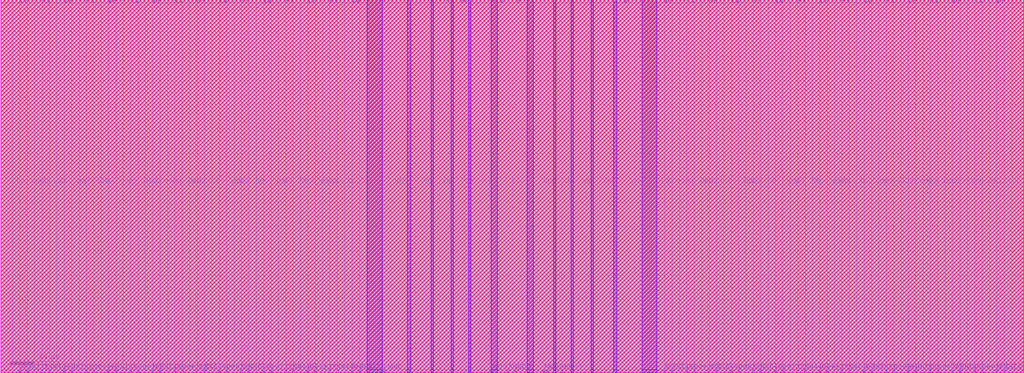
<source format=lef>
/*
     Copyright (c) 2018 SMIC             
     Filename:      qspi_data_info_64_mem.lef
     IP code:       S55NLLG2PH
     Version:       1.1.0
     CreateDate:    Oct 28, 2018        
                    
    LEF for General 2-PORT SRAM
    SMIC 55nm LL Logic Process

    Configuration: -instname qspi_data_info_64_mem -rows 64 -bits 64 -mux 1 
    Redundancy: Off
    Bit-Write: Off
*/

# DISCLAIMER                                                                      
#                                                                                   
#   SMIC hereby provides the quality information to you but makes no claims,      
# promises or guarantees about the accuracy, completeness, or adequacy of the     
# information herein. The information contained herein is provided on an "AS IS"  
# basis without any warranty, and SMIC assumes no obligation to provide support   
# of any kind or otherwise maintain the information.                                
#   SMIC disclaims any representation that the information does not infringe any  
# intellectual property rights or proprietary rights of any third parties. SMIC   
# makes no other warranty, whether express, implied or statutory as to any        
# matter whatsoever, including but not limited to the accuracy or sufficiency of  
# any information or the merchantability and fitness for a particular purpose.    
# Neither SMIC nor any of its representatives shall be liable for any cause of    
# action incurred to connect to this service.                                       
#                                                                                 
# STATEMENT OF USE AND CONFIDENTIALITY                                              
#                                                                                   
#   The following/attached material contains confidential and proprietary           
# information of SMIC. This material is based upon information which SMIC           
# considers reliable, but SMIC neither represents nor warrants that such          
# information is accurate or complete, and it must not be relied upon as such.    
# This information was prepared for informational purposes and is for the use     
# by SMIC's customer only. SMIC reserves the right to make changes in the           
# information at any time without notice.                                           
#   No part of this information may be reproduced, transmitted, transcribed,        
# stored in a retrieval system, or translated into any human or computer           
# language, in any form or by any means, electronic, mechanical, magnetic,          
# optical, chemical, manual, or otherwise, without the prior written consent of   
# SMIC. Any unauthorized use or disclosure of this material is strictly             
# prohibited and may be unlawful. By accepting this material, the receiving         
# party shall be deemed to have acknowledged, accepted, and agreed to be bound    
# by the foregoing limitations and restrictions. Thank you.                         
#                                                                                   

VERSION 5.4 ;
NAMESCASESENSITIVE ON ;
BUSBITCHARS "[]" ;
DIVIDERCHAR "/" ;

MACRO qspi_data_info_64_mem
 CLASS BLOCK ;
 ORIGIN 0 0 ;
 SYMMETRY X Y R90 ;
 SIZE 209.7 BY 76.575 ;

 PIN QA[0]
 DIRECTION OUTPUT ;
 USE SIGNAL ; 
 PORT
 LAYER M3 ;
 RECT 4.055 76.575 4.255 76.08 ;
 END
 PORT
 LAYER M2 ;
 RECT 4.055 76.575 4.255 76.08 ;
 END
 PORT
 LAYER M1 ;
 RECT 4.055 76.575 4.255 76.08 ;
 END
 ANTENNAGATEAREA 0.025 ;
 ANTENNADIFFAREA 0.060 ; 
 END QA[0]

 PIN QA[1]
 DIRECTION OUTPUT ;
 USE SIGNAL ; 
 PORT
 LAYER M3 ;
 RECT 5.145 76.575 5.345 76.08 ;
 END
 PORT
 LAYER M2 ;
 RECT 5.145 76.575 5.345 76.08 ;
 END
 PORT
 LAYER M1 ;
 RECT 5.145 76.575 5.345 76.08 ;
 END
 ANTENNAGATEAREA 0.025 ;
 ANTENNADIFFAREA 0.060 ; 
 END QA[1]

 PIN QA[2]
 DIRECTION OUTPUT ;
 USE SIGNAL ; 
 PORT
 LAYER M3 ;
 RECT 8.595 76.575 8.795 76.08 ;
 END
 PORT
 LAYER M2 ;
 RECT 8.595 76.575 8.795 76.08 ;
 END
 PORT
 LAYER M1 ;
 RECT 8.595 76.575 8.795 76.08 ;
 END
 ANTENNAGATEAREA 0.025 ;
 ANTENNADIFFAREA 0.060 ; 
 END QA[2]

 PIN QA[3]
 DIRECTION OUTPUT ;
 USE SIGNAL ; 
 PORT
 LAYER M3 ;
 RECT 9.685 76.575 9.885 76.08 ;
 END
 PORT
 LAYER M2 ;
 RECT 9.685 76.575 9.885 76.08 ;
 END
 PORT
 LAYER M1 ;
 RECT 9.685 76.575 9.885 76.08 ;
 END
 ANTENNAGATEAREA 0.025 ;
 ANTENNADIFFAREA 0.060 ; 
 END QA[3]

 PIN QA[4]
 DIRECTION OUTPUT ;
 USE SIGNAL ; 
 PORT
 LAYER M3 ;
 RECT 13.135 76.575 13.335 76.08 ;
 END
 PORT
 LAYER M2 ;
 RECT 13.135 76.575 13.335 76.08 ;
 END
 PORT
 LAYER M1 ;
 RECT 13.135 76.575 13.335 76.08 ;
 END
 ANTENNAGATEAREA 0.025 ;
 ANTENNADIFFAREA 0.060 ; 
 END QA[4]

 PIN QA[5]
 DIRECTION OUTPUT ;
 USE SIGNAL ; 
 PORT
 LAYER M3 ;
 RECT 14.225 76.575 14.425 76.08 ;
 END
 PORT
 LAYER M2 ;
 RECT 14.225 76.575 14.425 76.08 ;
 END
 PORT
 LAYER M1 ;
 RECT 14.225 76.575 14.425 76.08 ;
 END
 ANTENNAGATEAREA 0.025 ;
 ANTENNADIFFAREA 0.060 ; 
 END QA[5]

 PIN QA[6]
 DIRECTION OUTPUT ;
 USE SIGNAL ; 
 PORT
 LAYER M3 ;
 RECT 17.675 76.575 17.875 76.08 ;
 END
 PORT
 LAYER M2 ;
 RECT 17.675 76.575 17.875 76.08 ;
 END
 PORT
 LAYER M1 ;
 RECT 17.675 76.575 17.875 76.08 ;
 END
 ANTENNAGATEAREA 0.025 ;
 ANTENNADIFFAREA 0.060 ; 
 END QA[6]

 PIN QA[7]
 DIRECTION OUTPUT ;
 USE SIGNAL ; 
 PORT
 LAYER M3 ;
 RECT 18.765 76.575 18.965 76.08 ;
 END
 PORT
 LAYER M2 ;
 RECT 18.765 76.575 18.965 76.08 ;
 END
 PORT
 LAYER M1 ;
 RECT 18.765 76.575 18.965 76.08 ;
 END
 ANTENNAGATEAREA 0.025 ;
 ANTENNADIFFAREA 0.060 ; 
 END QA[7]

 PIN QA[8]
 DIRECTION OUTPUT ;
 USE SIGNAL ; 
 PORT
 LAYER M3 ;
 RECT 22.215 76.575 22.415 76.08 ;
 END
 PORT
 LAYER M2 ;
 RECT 22.215 76.575 22.415 76.08 ;
 END
 PORT
 LAYER M1 ;
 RECT 22.215 76.575 22.415 76.08 ;
 END
 ANTENNAGATEAREA 0.025 ;
 ANTENNADIFFAREA 0.060 ; 
 END QA[8]

 PIN QA[9]
 DIRECTION OUTPUT ;
 USE SIGNAL ; 
 PORT
 LAYER M3 ;
 RECT 23.305 76.575 23.505 76.08 ;
 END
 PORT
 LAYER M2 ;
 RECT 23.305 76.575 23.505 76.08 ;
 END
 PORT
 LAYER M1 ;
 RECT 23.305 76.575 23.505 76.08 ;
 END
 ANTENNAGATEAREA 0.025 ;
 ANTENNADIFFAREA 0.060 ; 
 END QA[9]

 PIN QA[10]
 DIRECTION OUTPUT ;
 USE SIGNAL ; 
 PORT
 LAYER M3 ;
 RECT 26.755 76.575 26.955 76.08 ;
 END
 PORT
 LAYER M2 ;
 RECT 26.755 76.575 26.955 76.08 ;
 END
 PORT
 LAYER M1 ;
 RECT 26.755 76.575 26.955 76.08 ;
 END
 ANTENNAGATEAREA 0.025 ;
 ANTENNADIFFAREA 0.060 ; 
 END QA[10]

 PIN QA[11]
 DIRECTION OUTPUT ;
 USE SIGNAL ; 
 PORT
 LAYER M3 ;
 RECT 27.845 76.575 28.045 76.08 ;
 END
 PORT
 LAYER M2 ;
 RECT 27.845 76.575 28.045 76.08 ;
 END
 PORT
 LAYER M1 ;
 RECT 27.845 76.575 28.045 76.08 ;
 END
 ANTENNAGATEAREA 0.025 ;
 ANTENNADIFFAREA 0.060 ; 
 END QA[11]

 PIN QA[12]
 DIRECTION OUTPUT ;
 USE SIGNAL ; 
 PORT
 LAYER M3 ;
 RECT 31.295 76.575 31.495 76.08 ;
 END
 PORT
 LAYER M2 ;
 RECT 31.295 76.575 31.495 76.08 ;
 END
 PORT
 LAYER M1 ;
 RECT 31.295 76.575 31.495 76.08 ;
 END
 ANTENNAGATEAREA 0.025 ;
 ANTENNADIFFAREA 0.060 ; 
 END QA[12]

 PIN QA[13]
 DIRECTION OUTPUT ;
 USE SIGNAL ; 
 PORT
 LAYER M3 ;
 RECT 32.385 76.575 32.585 76.08 ;
 END
 PORT
 LAYER M2 ;
 RECT 32.385 76.575 32.585 76.08 ;
 END
 PORT
 LAYER M1 ;
 RECT 32.385 76.575 32.585 76.08 ;
 END
 ANTENNAGATEAREA 0.025 ;
 ANTENNADIFFAREA 0.060 ; 
 END QA[13]

 PIN QA[14]
 DIRECTION OUTPUT ;
 USE SIGNAL ; 
 PORT
 LAYER M3 ;
 RECT 35.835 76.575 36.035 76.08 ;
 END
 PORT
 LAYER M2 ;
 RECT 35.835 76.575 36.035 76.08 ;
 END
 PORT
 LAYER M1 ;
 RECT 35.835 76.575 36.035 76.08 ;
 END
 ANTENNAGATEAREA 0.025 ;
 ANTENNADIFFAREA 0.060 ; 
 END QA[14]

 PIN QA[15]
 DIRECTION OUTPUT ;
 USE SIGNAL ; 
 PORT
 LAYER M3 ;
 RECT 36.925 76.575 37.125 76.08 ;
 END
 PORT
 LAYER M2 ;
 RECT 36.925 76.575 37.125 76.08 ;
 END
 PORT
 LAYER M1 ;
 RECT 36.925 76.575 37.125 76.08 ;
 END
 ANTENNAGATEAREA 0.025 ;
 ANTENNADIFFAREA 0.060 ; 
 END QA[15]

 PIN QA[16]
 DIRECTION OUTPUT ;
 USE SIGNAL ; 
 PORT
 LAYER M3 ;
 RECT 40.375 76.575 40.575 76.08 ;
 END
 PORT
 LAYER M2 ;
 RECT 40.375 76.575 40.575 76.08 ;
 END
 PORT
 LAYER M1 ;
 RECT 40.375 76.575 40.575 76.08 ;
 END
 ANTENNAGATEAREA 0.025 ;
 ANTENNADIFFAREA 0.060 ; 
 END QA[16]

 PIN QA[17]
 DIRECTION OUTPUT ;
 USE SIGNAL ; 
 PORT
 LAYER M3 ;
 RECT 41.465 76.575 41.665 76.08 ;
 END
 PORT
 LAYER M2 ;
 RECT 41.465 76.575 41.665 76.08 ;
 END
 PORT
 LAYER M1 ;
 RECT 41.465 76.575 41.665 76.08 ;
 END
 ANTENNAGATEAREA 0.025 ;
 ANTENNADIFFAREA 0.060 ; 
 END QA[17]

 PIN QA[18]
 DIRECTION OUTPUT ;
 USE SIGNAL ; 
 PORT
 LAYER M3 ;
 RECT 44.915 76.575 45.115 76.08 ;
 END
 PORT
 LAYER M2 ;
 RECT 44.915 76.575 45.115 76.08 ;
 END
 PORT
 LAYER M1 ;
 RECT 44.915 76.575 45.115 76.08 ;
 END
 ANTENNAGATEAREA 0.025 ;
 ANTENNADIFFAREA 0.060 ; 
 END QA[18]

 PIN QA[19]
 DIRECTION OUTPUT ;
 USE SIGNAL ; 
 PORT
 LAYER M3 ;
 RECT 46.005 76.575 46.205 76.08 ;
 END
 PORT
 LAYER M2 ;
 RECT 46.005 76.575 46.205 76.08 ;
 END
 PORT
 LAYER M1 ;
 RECT 46.005 76.575 46.205 76.08 ;
 END
 ANTENNAGATEAREA 0.025 ;
 ANTENNADIFFAREA 0.060 ; 
 END QA[19]

 PIN QA[20]
 DIRECTION OUTPUT ;
 USE SIGNAL ; 
 PORT
 LAYER M3 ;
 RECT 49.455 76.575 49.655 76.08 ;
 END
 PORT
 LAYER M2 ;
 RECT 49.455 76.575 49.655 76.08 ;
 END
 PORT
 LAYER M1 ;
 RECT 49.455 76.575 49.655 76.08 ;
 END
 ANTENNAGATEAREA 0.025 ;
 ANTENNADIFFAREA 0.060 ; 
 END QA[20]

 PIN QA[21]
 DIRECTION OUTPUT ;
 USE SIGNAL ; 
 PORT
 LAYER M3 ;
 RECT 50.545 76.575 50.745 76.08 ;
 END
 PORT
 LAYER M2 ;
 RECT 50.545 76.575 50.745 76.08 ;
 END
 PORT
 LAYER M1 ;
 RECT 50.545 76.575 50.745 76.08 ;
 END
 ANTENNAGATEAREA 0.025 ;
 ANTENNADIFFAREA 0.060 ; 
 END QA[21]

 PIN QA[22]
 DIRECTION OUTPUT ;
 USE SIGNAL ; 
 PORT
 LAYER M3 ;
 RECT 53.995 76.575 54.195 76.08 ;
 END
 PORT
 LAYER M2 ;
 RECT 53.995 76.575 54.195 76.08 ;
 END
 PORT
 LAYER M1 ;
 RECT 53.995 76.575 54.195 76.08 ;
 END
 ANTENNAGATEAREA 0.025 ;
 ANTENNADIFFAREA 0.060 ; 
 END QA[22]

 PIN QA[23]
 DIRECTION OUTPUT ;
 USE SIGNAL ; 
 PORT
 LAYER M3 ;
 RECT 55.085 76.575 55.285 76.08 ;
 END
 PORT
 LAYER M2 ;
 RECT 55.085 76.575 55.285 76.08 ;
 END
 PORT
 LAYER M1 ;
 RECT 55.085 76.575 55.285 76.08 ;
 END
 ANTENNAGATEAREA 0.025 ;
 ANTENNADIFFAREA 0.060 ; 
 END QA[23]

 PIN QA[24]
 DIRECTION OUTPUT ;
 USE SIGNAL ; 
 PORT
 LAYER M3 ;
 RECT 58.535 76.575 58.735 76.08 ;
 END
 PORT
 LAYER M2 ;
 RECT 58.535 76.575 58.735 76.08 ;
 END
 PORT
 LAYER M1 ;
 RECT 58.535 76.575 58.735 76.08 ;
 END
 ANTENNAGATEAREA 0.025 ;
 ANTENNADIFFAREA 0.060 ; 
 END QA[24]

 PIN QA[25]
 DIRECTION OUTPUT ;
 USE SIGNAL ; 
 PORT
 LAYER M3 ;
 RECT 59.625 76.575 59.825 76.08 ;
 END
 PORT
 LAYER M2 ;
 RECT 59.625 76.575 59.825 76.08 ;
 END
 PORT
 LAYER M1 ;
 RECT 59.625 76.575 59.825 76.08 ;
 END
 ANTENNAGATEAREA 0.025 ;
 ANTENNADIFFAREA 0.060 ; 
 END QA[25]

 PIN QA[26]
 DIRECTION OUTPUT ;
 USE SIGNAL ; 
 PORT
 LAYER M3 ;
 RECT 63.075 76.575 63.275 76.08 ;
 END
 PORT
 LAYER M2 ;
 RECT 63.075 76.575 63.275 76.08 ;
 END
 PORT
 LAYER M1 ;
 RECT 63.075 76.575 63.275 76.08 ;
 END
 ANTENNAGATEAREA 0.025 ;
 ANTENNADIFFAREA 0.060 ; 
 END QA[26]

 PIN QA[27]
 DIRECTION OUTPUT ;
 USE SIGNAL ; 
 PORT
 LAYER M3 ;
 RECT 64.165 76.575 64.365 76.08 ;
 END
 PORT
 LAYER M2 ;
 RECT 64.165 76.575 64.365 76.08 ;
 END
 PORT
 LAYER M1 ;
 RECT 64.165 76.575 64.365 76.08 ;
 END
 ANTENNAGATEAREA 0.025 ;
 ANTENNADIFFAREA 0.060 ; 
 END QA[27]

 PIN QA[28]
 DIRECTION OUTPUT ;
 USE SIGNAL ; 
 PORT
 LAYER M3 ;
 RECT 67.615 76.575 67.815 76.08 ;
 END
 PORT
 LAYER M2 ;
 RECT 67.615 76.575 67.815 76.08 ;
 END
 PORT
 LAYER M1 ;
 RECT 67.615 76.575 67.815 76.08 ;
 END
 ANTENNAGATEAREA 0.025 ;
 ANTENNADIFFAREA 0.060 ; 
 END QA[28]

 PIN QA[29]
 DIRECTION OUTPUT ;
 USE SIGNAL ; 
 PORT
 LAYER M3 ;
 RECT 68.705 76.575 68.905 76.08 ;
 END
 PORT
 LAYER M2 ;
 RECT 68.705 76.575 68.905 76.08 ;
 END
 PORT
 LAYER M1 ;
 RECT 68.705 76.575 68.905 76.08 ;
 END
 ANTENNAGATEAREA 0.025 ;
 ANTENNADIFFAREA 0.060 ; 
 END QA[29]

 PIN QA[30]
 DIRECTION OUTPUT ;
 USE SIGNAL ; 
 PORT
 LAYER M3 ;
 RECT 72.155 76.575 72.355 76.08 ;
 END
 PORT
 LAYER M2 ;
 RECT 72.155 76.575 72.355 76.08 ;
 END
 PORT
 LAYER M1 ;
 RECT 72.155 76.575 72.355 76.08 ;
 END
 ANTENNAGATEAREA 0.025 ;
 ANTENNADIFFAREA 0.060 ; 
 END QA[30]

 PIN QA[31]
 DIRECTION OUTPUT ;
 USE SIGNAL ; 
 PORT
 LAYER M3 ;
 RECT 73.245 76.575 73.445 76.08 ;
 END
 PORT
 LAYER M2 ;
 RECT 73.245 76.575 73.445 76.08 ;
 END
 PORT
 LAYER M1 ;
 RECT 73.245 76.575 73.445 76.08 ;
 END
 ANTENNAGATEAREA 0.025 ;
 ANTENNADIFFAREA 0.060 ; 
 END QA[31]

 PIN AA[1]
 DIRECTION INPUT ;
 USE SIGNAL ; 
 PORT
 LAYER M3 ;
 RECT 91.535 76.575 91.735 76.08 ;
 END
 PORT
 LAYER M2 ;
 RECT 91.535 76.575 91.735 76.08 ;
 END
 PORT
 LAYER M1 ;
 RECT 91.535 76.575 91.735 76.08 ;
 END
 ANTENNAGATEAREA 0.025 ;
 ANTENNADIFFAREA 0.060 ; 
 END AA[1]

 PIN AA[0]
 DIRECTION INPUT ;
 USE SIGNAL ; 
 PORT
 LAYER M3 ;
 RECT 94.64 76.575 94.84 76.08 ;
 END
 PORT
 LAYER M2 ;
 RECT 94.64 76.575 94.84 76.08 ;
 END
 PORT
 LAYER M1 ;
 RECT 94.64 76.575 94.84 76.08 ;
 END
 ANTENNAGATEAREA 0.025 ;
 ANTENNADIFFAREA 0.060 ; 
 END AA[0]

 PIN AA[2]
 DIRECTION INPUT ;
 USE SIGNAL ; 
 PORT
 LAYER M3 ;
 RECT 95.29 76.575 95.49 76.08 ;
 END
 PORT
 LAYER M2 ;
 RECT 95.29 76.575 95.49 76.08 ;
 END
 PORT
 LAYER M1 ;
 RECT 95.29 76.575 95.49 76.08 ;
 END
 ANTENNAGATEAREA 0.025 ;
 ANTENNADIFFAREA 0.060 ; 
 END AA[2]

 PIN AA[4]
 DIRECTION INPUT ;
 USE SIGNAL ; 
 PORT
 LAYER M3 ;
 RECT 101.19 76.575 101.39 76.08 ;
 END
 PORT
 LAYER M2 ;
 RECT 101.19 76.575 101.39 76.08 ;
 END
 PORT
 LAYER M1 ;
 RECT 101.19 76.575 101.39 76.08 ;
 END
 ANTENNAGATEAREA 0.025 ;
 ANTENNADIFFAREA 0.060 ; 
 END AA[4]

 PIN AA[3]
 DIRECTION INPUT ;
 USE SIGNAL ; 
 PORT
 LAYER M3 ;
 RECT 102.625 76.575 102.825 76.08 ;
 END
 PORT
 LAYER M2 ;
 RECT 102.625 76.575 102.825 76.08 ;
 END
 PORT
 LAYER M1 ;
 RECT 102.625 76.575 102.825 76.08 ;
 END
 ANTENNAGATEAREA 0.025 ;
 ANTENNADIFFAREA 0.060 ; 
 END AA[3]

 PIN AA[5]
 DIRECTION INPUT ;
 USE SIGNAL ; 
 PORT
 LAYER M3 ;
 RECT 106.115 76.575 106.315 76.08 ;
 END
 PORT
 LAYER M2 ;
 RECT 106.115 76.575 106.315 76.08 ;
 END
 PORT
 LAYER M1 ;
 RECT 106.115 76.575 106.315 76.08 ;
 END
 ANTENNAGATEAREA 0.025 ;
 ANTENNADIFFAREA 0.060 ; 
 END AA[5]

 PIN CENA
 DIRECTION INPUT ;
 USE SIGNAL ; 
 PORT
 LAYER M3 ;
 RECT 127.95 76.575 128.15 76.08 ;
 END
 PORT
 LAYER M2 ;
 RECT 127.95 76.575 128.15 76.08 ;
 END
 PORT
 LAYER M1 ;
 RECT 127.95 76.575 128.15 76.08 ;
 END
 ANTENNAGATEAREA 0.025 ;
 ANTENNADIFFAREA 0.060 ; 
 END CENA

 PIN CLKA
 DIRECTION INPUT ;
 USE SIGNAL ; 
 PORT
 LAYER M3 ;
 RECT 128.44 76.575 128.64 76.08 ;
 END
 PORT
 LAYER M2 ;
 RECT 128.44 76.575 128.64 76.08 ;
 END
 PORT
 LAYER M1 ;
 RECT 128.44 76.575 128.64 76.08 ;
 END
 ANTENNAGATEAREA 0.025 ;
 ANTENNADIFFAREA 0.060 ; 
 END CLKA

 PIN QA[32]
 DIRECTION OUTPUT ;
 USE SIGNAL ; 
 PORT
 LAYER M3 ;
 RECT 136.255 76.575 136.455 76.08 ;
 END
 PORT
 LAYER M2 ;
 RECT 136.255 76.575 136.455 76.08 ;
 END
 PORT
 LAYER M1 ;
 RECT 136.255 76.575 136.455 76.08 ;
 END
 ANTENNAGATEAREA 0.025 ;
 ANTENNADIFFAREA 0.060 ; 
 END QA[32]

 PIN QA[33]
 DIRECTION OUTPUT ;
 USE SIGNAL ; 
 PORT
 LAYER M3 ;
 RECT 137.345 76.575 137.545 76.08 ;
 END
 PORT
 LAYER M2 ;
 RECT 137.345 76.575 137.545 76.08 ;
 END
 PORT
 LAYER M1 ;
 RECT 137.345 76.575 137.545 76.08 ;
 END
 ANTENNAGATEAREA 0.025 ;
 ANTENNADIFFAREA 0.060 ; 
 END QA[33]

 PIN QA[34]
 DIRECTION OUTPUT ;
 USE SIGNAL ; 
 PORT
 LAYER M3 ;
 RECT 140.795 76.575 140.995 76.08 ;
 END
 PORT
 LAYER M2 ;
 RECT 140.795 76.575 140.995 76.08 ;
 END
 PORT
 LAYER M1 ;
 RECT 140.795 76.575 140.995 76.08 ;
 END
 ANTENNAGATEAREA 0.025 ;
 ANTENNADIFFAREA 0.060 ; 
 END QA[34]

 PIN QA[35]
 DIRECTION OUTPUT ;
 USE SIGNAL ; 
 PORT
 LAYER M3 ;
 RECT 141.885 76.575 142.085 76.08 ;
 END
 PORT
 LAYER M2 ;
 RECT 141.885 76.575 142.085 76.08 ;
 END
 PORT
 LAYER M1 ;
 RECT 141.885 76.575 142.085 76.08 ;
 END
 ANTENNAGATEAREA 0.025 ;
 ANTENNADIFFAREA 0.060 ; 
 END QA[35]

 PIN QA[36]
 DIRECTION OUTPUT ;
 USE SIGNAL ; 
 PORT
 LAYER M3 ;
 RECT 145.335 76.575 145.535 76.08 ;
 END
 PORT
 LAYER M2 ;
 RECT 145.335 76.575 145.535 76.08 ;
 END
 PORT
 LAYER M1 ;
 RECT 145.335 76.575 145.535 76.08 ;
 END
 ANTENNAGATEAREA 0.025 ;
 ANTENNADIFFAREA 0.060 ; 
 END QA[36]

 PIN QA[37]
 DIRECTION OUTPUT ;
 USE SIGNAL ; 
 PORT
 LAYER M3 ;
 RECT 146.425 76.575 146.625 76.08 ;
 END
 PORT
 LAYER M2 ;
 RECT 146.425 76.575 146.625 76.08 ;
 END
 PORT
 LAYER M1 ;
 RECT 146.425 76.575 146.625 76.08 ;
 END
 ANTENNAGATEAREA 0.025 ;
 ANTENNADIFFAREA 0.060 ; 
 END QA[37]

 PIN QA[38]
 DIRECTION OUTPUT ;
 USE SIGNAL ; 
 PORT
 LAYER M3 ;
 RECT 149.875 76.575 150.075 76.08 ;
 END
 PORT
 LAYER M2 ;
 RECT 149.875 76.575 150.075 76.08 ;
 END
 PORT
 LAYER M1 ;
 RECT 149.875 76.575 150.075 76.08 ;
 END
 ANTENNAGATEAREA 0.025 ;
 ANTENNADIFFAREA 0.060 ; 
 END QA[38]

 PIN QA[39]
 DIRECTION OUTPUT ;
 USE SIGNAL ; 
 PORT
 LAYER M3 ;
 RECT 150.965 76.575 151.165 76.08 ;
 END
 PORT
 LAYER M2 ;
 RECT 150.965 76.575 151.165 76.08 ;
 END
 PORT
 LAYER M1 ;
 RECT 150.965 76.575 151.165 76.08 ;
 END
 ANTENNAGATEAREA 0.025 ;
 ANTENNADIFFAREA 0.060 ; 
 END QA[39]

 PIN QA[40]
 DIRECTION OUTPUT ;
 USE SIGNAL ; 
 PORT
 LAYER M3 ;
 RECT 154.415 76.575 154.615 76.08 ;
 END
 PORT
 LAYER M2 ;
 RECT 154.415 76.575 154.615 76.08 ;
 END
 PORT
 LAYER M1 ;
 RECT 154.415 76.575 154.615 76.08 ;
 END
 ANTENNAGATEAREA 0.025 ;
 ANTENNADIFFAREA 0.060 ; 
 END QA[40]

 PIN QA[41]
 DIRECTION OUTPUT ;
 USE SIGNAL ; 
 PORT
 LAYER M3 ;
 RECT 155.505 76.575 155.705 76.08 ;
 END
 PORT
 LAYER M2 ;
 RECT 155.505 76.575 155.705 76.08 ;
 END
 PORT
 LAYER M1 ;
 RECT 155.505 76.575 155.705 76.08 ;
 END
 ANTENNAGATEAREA 0.025 ;
 ANTENNADIFFAREA 0.060 ; 
 END QA[41]

 PIN QA[42]
 DIRECTION OUTPUT ;
 USE SIGNAL ; 
 PORT
 LAYER M3 ;
 RECT 158.955 76.575 159.155 76.08 ;
 END
 PORT
 LAYER M2 ;
 RECT 158.955 76.575 159.155 76.08 ;
 END
 PORT
 LAYER M1 ;
 RECT 158.955 76.575 159.155 76.08 ;
 END
 ANTENNAGATEAREA 0.025 ;
 ANTENNADIFFAREA 0.060 ; 
 END QA[42]

 PIN QA[43]
 DIRECTION OUTPUT ;
 USE SIGNAL ; 
 PORT
 LAYER M3 ;
 RECT 160.045 76.575 160.245 76.08 ;
 END
 PORT
 LAYER M2 ;
 RECT 160.045 76.575 160.245 76.08 ;
 END
 PORT
 LAYER M1 ;
 RECT 160.045 76.575 160.245 76.08 ;
 END
 ANTENNAGATEAREA 0.025 ;
 ANTENNADIFFAREA 0.060 ; 
 END QA[43]

 PIN QA[44]
 DIRECTION OUTPUT ;
 USE SIGNAL ; 
 PORT
 LAYER M3 ;
 RECT 163.495 76.575 163.695 76.08 ;
 END
 PORT
 LAYER M2 ;
 RECT 163.495 76.575 163.695 76.08 ;
 END
 PORT
 LAYER M1 ;
 RECT 163.495 76.575 163.695 76.08 ;
 END
 ANTENNAGATEAREA 0.025 ;
 ANTENNADIFFAREA 0.060 ; 
 END QA[44]

 PIN QA[45]
 DIRECTION OUTPUT ;
 USE SIGNAL ; 
 PORT
 LAYER M3 ;
 RECT 164.585 76.575 164.785 76.08 ;
 END
 PORT
 LAYER M2 ;
 RECT 164.585 76.575 164.785 76.08 ;
 END
 PORT
 LAYER M1 ;
 RECT 164.585 76.575 164.785 76.08 ;
 END
 ANTENNAGATEAREA 0.025 ;
 ANTENNADIFFAREA 0.060 ; 
 END QA[45]

 PIN QA[46]
 DIRECTION OUTPUT ;
 USE SIGNAL ; 
 PORT
 LAYER M3 ;
 RECT 168.035 76.575 168.235 76.08 ;
 END
 PORT
 LAYER M2 ;
 RECT 168.035 76.575 168.235 76.08 ;
 END
 PORT
 LAYER M1 ;
 RECT 168.035 76.575 168.235 76.08 ;
 END
 ANTENNAGATEAREA 0.025 ;
 ANTENNADIFFAREA 0.060 ; 
 END QA[46]

 PIN QA[47]
 DIRECTION OUTPUT ;
 USE SIGNAL ; 
 PORT
 LAYER M3 ;
 RECT 169.125 76.575 169.325 76.08 ;
 END
 PORT
 LAYER M2 ;
 RECT 169.125 76.575 169.325 76.08 ;
 END
 PORT
 LAYER M1 ;
 RECT 169.125 76.575 169.325 76.08 ;
 END
 ANTENNAGATEAREA 0.025 ;
 ANTENNADIFFAREA 0.060 ; 
 END QA[47]

 PIN QA[48]
 DIRECTION OUTPUT ;
 USE SIGNAL ; 
 PORT
 LAYER M3 ;
 RECT 172.575 76.575 172.775 76.08 ;
 END
 PORT
 LAYER M2 ;
 RECT 172.575 76.575 172.775 76.08 ;
 END
 PORT
 LAYER M1 ;
 RECT 172.575 76.575 172.775 76.08 ;
 END
 ANTENNAGATEAREA 0.025 ;
 ANTENNADIFFAREA 0.060 ; 
 END QA[48]

 PIN QA[49]
 DIRECTION OUTPUT ;
 USE SIGNAL ; 
 PORT
 LAYER M3 ;
 RECT 173.665 76.575 173.865 76.08 ;
 END
 PORT
 LAYER M2 ;
 RECT 173.665 76.575 173.865 76.08 ;
 END
 PORT
 LAYER M1 ;
 RECT 173.665 76.575 173.865 76.08 ;
 END
 ANTENNAGATEAREA 0.025 ;
 ANTENNADIFFAREA 0.060 ; 
 END QA[49]

 PIN QA[50]
 DIRECTION OUTPUT ;
 USE SIGNAL ; 
 PORT
 LAYER M3 ;
 RECT 177.115 76.575 177.315 76.08 ;
 END
 PORT
 LAYER M2 ;
 RECT 177.115 76.575 177.315 76.08 ;
 END
 PORT
 LAYER M1 ;
 RECT 177.115 76.575 177.315 76.08 ;
 END
 ANTENNAGATEAREA 0.025 ;
 ANTENNADIFFAREA 0.060 ; 
 END QA[50]

 PIN QA[51]
 DIRECTION OUTPUT ;
 USE SIGNAL ; 
 PORT
 LAYER M3 ;
 RECT 178.205 76.575 178.405 76.08 ;
 END
 PORT
 LAYER M2 ;
 RECT 178.205 76.575 178.405 76.08 ;
 END
 PORT
 LAYER M1 ;
 RECT 178.205 76.575 178.405 76.08 ;
 END
 ANTENNAGATEAREA 0.025 ;
 ANTENNADIFFAREA 0.060 ; 
 END QA[51]

 PIN QA[52]
 DIRECTION OUTPUT ;
 USE SIGNAL ; 
 PORT
 LAYER M3 ;
 RECT 181.655 76.575 181.855 76.08 ;
 END
 PORT
 LAYER M2 ;
 RECT 181.655 76.575 181.855 76.08 ;
 END
 PORT
 LAYER M1 ;
 RECT 181.655 76.575 181.855 76.08 ;
 END
 ANTENNAGATEAREA 0.025 ;
 ANTENNADIFFAREA 0.060 ; 
 END QA[52]

 PIN QA[53]
 DIRECTION OUTPUT ;
 USE SIGNAL ; 
 PORT
 LAYER M3 ;
 RECT 182.745 76.575 182.945 76.08 ;
 END
 PORT
 LAYER M2 ;
 RECT 182.745 76.575 182.945 76.08 ;
 END
 PORT
 LAYER M1 ;
 RECT 182.745 76.575 182.945 76.08 ;
 END
 ANTENNAGATEAREA 0.025 ;
 ANTENNADIFFAREA 0.060 ; 
 END QA[53]

 PIN QA[54]
 DIRECTION OUTPUT ;
 USE SIGNAL ; 
 PORT
 LAYER M3 ;
 RECT 186.195 76.575 186.395 76.08 ;
 END
 PORT
 LAYER M2 ;
 RECT 186.195 76.575 186.395 76.08 ;
 END
 PORT
 LAYER M1 ;
 RECT 186.195 76.575 186.395 76.08 ;
 END
 ANTENNAGATEAREA 0.025 ;
 ANTENNADIFFAREA 0.060 ; 
 END QA[54]

 PIN QA[55]
 DIRECTION OUTPUT ;
 USE SIGNAL ; 
 PORT
 LAYER M3 ;
 RECT 187.285 76.575 187.485 76.08 ;
 END
 PORT
 LAYER M2 ;
 RECT 187.285 76.575 187.485 76.08 ;
 END
 PORT
 LAYER M1 ;
 RECT 187.285 76.575 187.485 76.08 ;
 END
 ANTENNAGATEAREA 0.025 ;
 ANTENNADIFFAREA 0.060 ; 
 END QA[55]

 PIN QA[56]
 DIRECTION OUTPUT ;
 USE SIGNAL ; 
 PORT
 LAYER M3 ;
 RECT 190.735 76.575 190.935 76.08 ;
 END
 PORT
 LAYER M2 ;
 RECT 190.735 76.575 190.935 76.08 ;
 END
 PORT
 LAYER M1 ;
 RECT 190.735 76.575 190.935 76.08 ;
 END
 ANTENNAGATEAREA 0.025 ;
 ANTENNADIFFAREA 0.060 ; 
 END QA[56]

 PIN QA[57]
 DIRECTION OUTPUT ;
 USE SIGNAL ; 
 PORT
 LAYER M3 ;
 RECT 191.825 76.575 192.025 76.08 ;
 END
 PORT
 LAYER M2 ;
 RECT 191.825 76.575 192.025 76.08 ;
 END
 PORT
 LAYER M1 ;
 RECT 191.825 76.575 192.025 76.08 ;
 END
 ANTENNAGATEAREA 0.025 ;
 ANTENNADIFFAREA 0.060 ; 
 END QA[57]

 PIN QA[58]
 DIRECTION OUTPUT ;
 USE SIGNAL ; 
 PORT
 LAYER M3 ;
 RECT 195.275 76.575 195.475 76.08 ;
 END
 PORT
 LAYER M2 ;
 RECT 195.275 76.575 195.475 76.08 ;
 END
 PORT
 LAYER M1 ;
 RECT 195.275 76.575 195.475 76.08 ;
 END
 ANTENNAGATEAREA 0.025 ;
 ANTENNADIFFAREA 0.060 ; 
 END QA[58]

 PIN QA[59]
 DIRECTION OUTPUT ;
 USE SIGNAL ; 
 PORT
 LAYER M3 ;
 RECT 196.365 76.575 196.565 76.08 ;
 END
 PORT
 LAYER M2 ;
 RECT 196.365 76.575 196.565 76.08 ;
 END
 PORT
 LAYER M1 ;
 RECT 196.365 76.575 196.565 76.08 ;
 END
 ANTENNAGATEAREA 0.025 ;
 ANTENNADIFFAREA 0.060 ; 
 END QA[59]

 PIN QA[60]
 DIRECTION OUTPUT ;
 USE SIGNAL ; 
 PORT
 LAYER M3 ;
 RECT 199.815 76.575 200.015 76.08 ;
 END
 PORT
 LAYER M2 ;
 RECT 199.815 76.575 200.015 76.08 ;
 END
 PORT
 LAYER M1 ;
 RECT 199.815 76.575 200.015 76.08 ;
 END
 ANTENNAGATEAREA 0.025 ;
 ANTENNADIFFAREA 0.060 ; 
 END QA[60]

 PIN QA[61]
 DIRECTION OUTPUT ;
 USE SIGNAL ; 
 PORT
 LAYER M3 ;
 RECT 200.905 76.575 201.105 76.08 ;
 END
 PORT
 LAYER M2 ;
 RECT 200.905 76.575 201.105 76.08 ;
 END
 PORT
 LAYER M1 ;
 RECT 200.905 76.575 201.105 76.08 ;
 END
 ANTENNAGATEAREA 0.025 ;
 ANTENNADIFFAREA 0.060 ; 
 END QA[61]

 PIN QA[62]
 DIRECTION OUTPUT ;
 USE SIGNAL ; 
 PORT
 LAYER M3 ;
 RECT 204.355 76.575 204.555 76.08 ;
 END
 PORT
 LAYER M2 ;
 RECT 204.355 76.575 204.555 76.08 ;
 END
 PORT
 LAYER M1 ;
 RECT 204.355 76.575 204.555 76.08 ;
 END
 ANTENNAGATEAREA 0.025 ;
 ANTENNADIFFAREA 0.060 ; 
 END QA[62]

 PIN QA[63]
 DIRECTION OUTPUT ;
 USE SIGNAL ; 
 PORT
 LAYER M3 ;
 RECT 205.445 76.575 205.645 76.08 ;
 END
 PORT
 LAYER M2 ;
 RECT 205.445 76.575 205.645 76.08 ;
 END
 PORT
 LAYER M1 ;
 RECT 205.445 76.575 205.645 76.08 ;
 END
 ANTENNAGATEAREA 0.025 ;
 ANTENNADIFFAREA 0.060 ; 
 END QA[63]

 PIN DB[0]
 DIRECTION INPUT ;
 USE SIGNAL ; 
 PORT
 LAYER M3 ;
 RECT 3.81 0 4.01 0.495 ;
 END
 PORT
 LAYER M2 ;
 RECT 3.81 0 4.01 0.495 ;
 END
 PORT
 LAYER M1 ;
 RECT 3.81 0 4.01 0.495 ;
 END
 ANTENNAGATEAREA 0.025 ;
 ANTENNADIFFAREA 0.060 ; 
 END DB[0]

 PIN DB[1]
 DIRECTION INPUT ;
 USE SIGNAL ; 
 PORT
 LAYER M3 ;
 RECT 5.39 0 5.59 0.495 ;
 END
 PORT
 LAYER M2 ;
 RECT 5.39 0 5.59 0.495 ;
 END
 PORT
 LAYER M1 ;
 RECT 5.39 0 5.59 0.495 ;
 END
 ANTENNAGATEAREA 0.025 ;
 ANTENNADIFFAREA 0.060 ; 
 END DB[1]

 PIN DB[2]
 DIRECTION INPUT ;
 USE SIGNAL ; 
 PORT
 LAYER M3 ;
 RECT 8.35 0 8.55 0.495 ;
 END
 PORT
 LAYER M2 ;
 RECT 8.35 0 8.55 0.495 ;
 END
 PORT
 LAYER M1 ;
 RECT 8.35 0 8.55 0.495 ;
 END
 ANTENNAGATEAREA 0.025 ;
 ANTENNADIFFAREA 0.060 ; 
 END DB[2]

 PIN DB[3]
 DIRECTION INPUT ;
 USE SIGNAL ; 
 PORT
 LAYER M3 ;
 RECT 9.93 0 10.13 0.495 ;
 END
 PORT
 LAYER M2 ;
 RECT 9.93 0 10.13 0.495 ;
 END
 PORT
 LAYER M1 ;
 RECT 9.93 0 10.13 0.495 ;
 END
 ANTENNAGATEAREA 0.025 ;
 ANTENNADIFFAREA 0.060 ; 
 END DB[3]

 PIN DB[4]
 DIRECTION INPUT ;
 USE SIGNAL ; 
 PORT
 LAYER M3 ;
 RECT 12.89 0 13.09 0.495 ;
 END
 PORT
 LAYER M2 ;
 RECT 12.89 0 13.09 0.495 ;
 END
 PORT
 LAYER M1 ;
 RECT 12.89 0 13.09 0.495 ;
 END
 ANTENNAGATEAREA 0.025 ;
 ANTENNADIFFAREA 0.060 ; 
 END DB[4]

 PIN DB[5]
 DIRECTION INPUT ;
 USE SIGNAL ; 
 PORT
 LAYER M3 ;
 RECT 14.47 0 14.67 0.495 ;
 END
 PORT
 LAYER M2 ;
 RECT 14.47 0 14.67 0.495 ;
 END
 PORT
 LAYER M1 ;
 RECT 14.47 0 14.67 0.495 ;
 END
 ANTENNAGATEAREA 0.025 ;
 ANTENNADIFFAREA 0.060 ; 
 END DB[5]

 PIN DB[6]
 DIRECTION INPUT ;
 USE SIGNAL ; 
 PORT
 LAYER M3 ;
 RECT 17.43 0 17.63 0.495 ;
 END
 PORT
 LAYER M2 ;
 RECT 17.43 0 17.63 0.495 ;
 END
 PORT
 LAYER M1 ;
 RECT 17.43 0 17.63 0.495 ;
 END
 ANTENNAGATEAREA 0.025 ;
 ANTENNADIFFAREA 0.060 ; 
 END DB[6]

 PIN DB[7]
 DIRECTION INPUT ;
 USE SIGNAL ; 
 PORT
 LAYER M3 ;
 RECT 19.01 0 19.21 0.495 ;
 END
 PORT
 LAYER M2 ;
 RECT 19.01 0 19.21 0.495 ;
 END
 PORT
 LAYER M1 ;
 RECT 19.01 0 19.21 0.495 ;
 END
 ANTENNAGATEAREA 0.025 ;
 ANTENNADIFFAREA 0.060 ; 
 END DB[7]

 PIN DB[8]
 DIRECTION INPUT ;
 USE SIGNAL ; 
 PORT
 LAYER M3 ;
 RECT 21.97 0 22.17 0.495 ;
 END
 PORT
 LAYER M2 ;
 RECT 21.97 0 22.17 0.495 ;
 END
 PORT
 LAYER M1 ;
 RECT 21.97 0 22.17 0.495 ;
 END
 ANTENNAGATEAREA 0.025 ;
 ANTENNADIFFAREA 0.060 ; 
 END DB[8]

 PIN DB[9]
 DIRECTION INPUT ;
 USE SIGNAL ; 
 PORT
 LAYER M3 ;
 RECT 23.55 0 23.75 0.495 ;
 END
 PORT
 LAYER M2 ;
 RECT 23.55 0 23.75 0.495 ;
 END
 PORT
 LAYER M1 ;
 RECT 23.55 0 23.75 0.495 ;
 END
 ANTENNAGATEAREA 0.025 ;
 ANTENNADIFFAREA 0.060 ; 
 END DB[9]

 PIN DB[10]
 DIRECTION INPUT ;
 USE SIGNAL ; 
 PORT
 LAYER M3 ;
 RECT 26.51 0 26.71 0.495 ;
 END
 PORT
 LAYER M2 ;
 RECT 26.51 0 26.71 0.495 ;
 END
 PORT
 LAYER M1 ;
 RECT 26.51 0 26.71 0.495 ;
 END
 ANTENNAGATEAREA 0.025 ;
 ANTENNADIFFAREA 0.060 ; 
 END DB[10]

 PIN DB[11]
 DIRECTION INPUT ;
 USE SIGNAL ; 
 PORT
 LAYER M3 ;
 RECT 28.09 0 28.29 0.495 ;
 END
 PORT
 LAYER M2 ;
 RECT 28.09 0 28.29 0.495 ;
 END
 PORT
 LAYER M1 ;
 RECT 28.09 0 28.29 0.495 ;
 END
 ANTENNAGATEAREA 0.025 ;
 ANTENNADIFFAREA 0.060 ; 
 END DB[11]

 PIN DB[12]
 DIRECTION INPUT ;
 USE SIGNAL ; 
 PORT
 LAYER M3 ;
 RECT 31.05 0 31.25 0.495 ;
 END
 PORT
 LAYER M2 ;
 RECT 31.05 0 31.25 0.495 ;
 END
 PORT
 LAYER M1 ;
 RECT 31.05 0 31.25 0.495 ;
 END
 ANTENNAGATEAREA 0.025 ;
 ANTENNADIFFAREA 0.060 ; 
 END DB[12]

 PIN DB[13]
 DIRECTION INPUT ;
 USE SIGNAL ; 
 PORT
 LAYER M3 ;
 RECT 32.63 0 32.83 0.495 ;
 END
 PORT
 LAYER M2 ;
 RECT 32.63 0 32.83 0.495 ;
 END
 PORT
 LAYER M1 ;
 RECT 32.63 0 32.83 0.495 ;
 END
 ANTENNAGATEAREA 0.025 ;
 ANTENNADIFFAREA 0.060 ; 
 END DB[13]

 PIN DB[14]
 DIRECTION INPUT ;
 USE SIGNAL ; 
 PORT
 LAYER M3 ;
 RECT 35.59 0 35.79 0.495 ;
 END
 PORT
 LAYER M2 ;
 RECT 35.59 0 35.79 0.495 ;
 END
 PORT
 LAYER M1 ;
 RECT 35.59 0 35.79 0.495 ;
 END
 ANTENNAGATEAREA 0.025 ;
 ANTENNADIFFAREA 0.060 ; 
 END DB[14]

 PIN DB[15]
 DIRECTION INPUT ;
 USE SIGNAL ; 
 PORT
 LAYER M3 ;
 RECT 37.17 0 37.37 0.495 ;
 END
 PORT
 LAYER M2 ;
 RECT 37.17 0 37.37 0.495 ;
 END
 PORT
 LAYER M1 ;
 RECT 37.17 0 37.37 0.495 ;
 END
 ANTENNAGATEAREA 0.025 ;
 ANTENNADIFFAREA 0.060 ; 
 END DB[15]

 PIN DB[16]
 DIRECTION INPUT ;
 USE SIGNAL ; 
 PORT
 LAYER M3 ;
 RECT 40.13 0 40.33 0.495 ;
 END
 PORT
 LAYER M2 ;
 RECT 40.13 0 40.33 0.495 ;
 END
 PORT
 LAYER M1 ;
 RECT 40.13 0 40.33 0.495 ;
 END
 ANTENNAGATEAREA 0.025 ;
 ANTENNADIFFAREA 0.060 ; 
 END DB[16]

 PIN DB[17]
 DIRECTION INPUT ;
 USE SIGNAL ; 
 PORT
 LAYER M3 ;
 RECT 41.71 0 41.91 0.495 ;
 END
 PORT
 LAYER M2 ;
 RECT 41.71 0 41.91 0.495 ;
 END
 PORT
 LAYER M1 ;
 RECT 41.71 0 41.91 0.495 ;
 END
 ANTENNAGATEAREA 0.025 ;
 ANTENNADIFFAREA 0.060 ; 
 END DB[17]

 PIN DB[18]
 DIRECTION INPUT ;
 USE SIGNAL ; 
 PORT
 LAYER M3 ;
 RECT 44.67 0 44.87 0.495 ;
 END
 PORT
 LAYER M2 ;
 RECT 44.67 0 44.87 0.495 ;
 END
 PORT
 LAYER M1 ;
 RECT 44.67 0 44.87 0.495 ;
 END
 ANTENNAGATEAREA 0.025 ;
 ANTENNADIFFAREA 0.060 ; 
 END DB[18]

 PIN DB[19]
 DIRECTION INPUT ;
 USE SIGNAL ; 
 PORT
 LAYER M3 ;
 RECT 46.25 0 46.45 0.495 ;
 END
 PORT
 LAYER M2 ;
 RECT 46.25 0 46.45 0.495 ;
 END
 PORT
 LAYER M1 ;
 RECT 46.25 0 46.45 0.495 ;
 END
 ANTENNAGATEAREA 0.025 ;
 ANTENNADIFFAREA 0.060 ; 
 END DB[19]

 PIN DB[20]
 DIRECTION INPUT ;
 USE SIGNAL ; 
 PORT
 LAYER M3 ;
 RECT 49.21 0 49.41 0.495 ;
 END
 PORT
 LAYER M2 ;
 RECT 49.21 0 49.41 0.495 ;
 END
 PORT
 LAYER M1 ;
 RECT 49.21 0 49.41 0.495 ;
 END
 ANTENNAGATEAREA 0.025 ;
 ANTENNADIFFAREA 0.060 ; 
 END DB[20]

 PIN DB[21]
 DIRECTION INPUT ;
 USE SIGNAL ; 
 PORT
 LAYER M3 ;
 RECT 50.79 0 50.99 0.495 ;
 END
 PORT
 LAYER M2 ;
 RECT 50.79 0 50.99 0.495 ;
 END
 PORT
 LAYER M1 ;
 RECT 50.79 0 50.99 0.495 ;
 END
 ANTENNAGATEAREA 0.025 ;
 ANTENNADIFFAREA 0.060 ; 
 END DB[21]

 PIN DB[22]
 DIRECTION INPUT ;
 USE SIGNAL ; 
 PORT
 LAYER M3 ;
 RECT 53.75 0 53.95 0.495 ;
 END
 PORT
 LAYER M2 ;
 RECT 53.75 0 53.95 0.495 ;
 END
 PORT
 LAYER M1 ;
 RECT 53.75 0 53.95 0.495 ;
 END
 ANTENNAGATEAREA 0.025 ;
 ANTENNADIFFAREA 0.060 ; 
 END DB[22]

 PIN DB[23]
 DIRECTION INPUT ;
 USE SIGNAL ; 
 PORT
 LAYER M3 ;
 RECT 55.33 0 55.53 0.495 ;
 END
 PORT
 LAYER M2 ;
 RECT 55.33 0 55.53 0.495 ;
 END
 PORT
 LAYER M1 ;
 RECT 55.33 0 55.53 0.495 ;
 END
 ANTENNAGATEAREA 0.025 ;
 ANTENNADIFFAREA 0.060 ; 
 END DB[23]

 PIN DB[24]
 DIRECTION INPUT ;
 USE SIGNAL ; 
 PORT
 LAYER M3 ;
 RECT 58.29 0 58.49 0.495 ;
 END
 PORT
 LAYER M2 ;
 RECT 58.29 0 58.49 0.495 ;
 END
 PORT
 LAYER M1 ;
 RECT 58.29 0 58.49 0.495 ;
 END
 ANTENNAGATEAREA 0.025 ;
 ANTENNADIFFAREA 0.060 ; 
 END DB[24]

 PIN DB[25]
 DIRECTION INPUT ;
 USE SIGNAL ; 
 PORT
 LAYER M3 ;
 RECT 59.87 0 60.07 0.495 ;
 END
 PORT
 LAYER M2 ;
 RECT 59.87 0 60.07 0.495 ;
 END
 PORT
 LAYER M1 ;
 RECT 59.87 0 60.07 0.495 ;
 END
 ANTENNAGATEAREA 0.025 ;
 ANTENNADIFFAREA 0.060 ; 
 END DB[25]

 PIN DB[26]
 DIRECTION INPUT ;
 USE SIGNAL ; 
 PORT
 LAYER M3 ;
 RECT 62.83 0 63.03 0.495 ;
 END
 PORT
 LAYER M2 ;
 RECT 62.83 0 63.03 0.495 ;
 END
 PORT
 LAYER M1 ;
 RECT 62.83 0 63.03 0.495 ;
 END
 ANTENNAGATEAREA 0.025 ;
 ANTENNADIFFAREA 0.060 ; 
 END DB[26]

 PIN DB[27]
 DIRECTION INPUT ;
 USE SIGNAL ; 
 PORT
 LAYER M3 ;
 RECT 64.41 0 64.61 0.495 ;
 END
 PORT
 LAYER M2 ;
 RECT 64.41 0 64.61 0.495 ;
 END
 PORT
 LAYER M1 ;
 RECT 64.41 0 64.61 0.495 ;
 END
 ANTENNAGATEAREA 0.025 ;
 ANTENNADIFFAREA 0.060 ; 
 END DB[27]

 PIN DB[28]
 DIRECTION INPUT ;
 USE SIGNAL ; 
 PORT
 LAYER M3 ;
 RECT 67.37 0 67.57 0.495 ;
 END
 PORT
 LAYER M2 ;
 RECT 67.37 0 67.57 0.495 ;
 END
 PORT
 LAYER M1 ;
 RECT 67.37 0 67.57 0.495 ;
 END
 ANTENNAGATEAREA 0.025 ;
 ANTENNADIFFAREA 0.060 ; 
 END DB[28]

 PIN DB[29]
 DIRECTION INPUT ;
 USE SIGNAL ; 
 PORT
 LAYER M3 ;
 RECT 68.95 0 69.15 0.495 ;
 END
 PORT
 LAYER M2 ;
 RECT 68.95 0 69.15 0.495 ;
 END
 PORT
 LAYER M1 ;
 RECT 68.95 0 69.15 0.495 ;
 END
 ANTENNAGATEAREA 0.025 ;
 ANTENNADIFFAREA 0.060 ; 
 END DB[29]

 PIN DB[30]
 DIRECTION INPUT ;
 USE SIGNAL ; 
 PORT
 LAYER M3 ;
 RECT 71.91 0 72.11 0.495 ;
 END
 PORT
 LAYER M2 ;
 RECT 71.91 0 72.11 0.495 ;
 END
 PORT
 LAYER M1 ;
 RECT 71.91 0 72.11 0.495 ;
 END
 ANTENNAGATEAREA 0.025 ;
 ANTENNADIFFAREA 0.060 ; 
 END DB[30]

 PIN DB[31]
 DIRECTION INPUT ;
 USE SIGNAL ; 
 PORT
 LAYER M3 ;
 RECT 73.49 0 73.69 0.495 ;
 END
 PORT
 LAYER M2 ;
 RECT 73.49 0 73.69 0.495 ;
 END
 PORT
 LAYER M1 ;
 RECT 73.49 0 73.69 0.495 ;
 END
 ANTENNAGATEAREA 0.025 ;
 ANTENNADIFFAREA 0.060 ; 
 END DB[31]

 PIN CLKB
 DIRECTION INPUT ;
 USE SIGNAL ; 
 PORT
 LAYER M3 ;
 RECT 78.33 0 78.53 0.495 ;
 END
 PORT
 LAYER M2 ;
 RECT 78.33 0 78.53 0.495 ;
 END
 PORT
 LAYER M1 ;
 RECT 78.33 0 78.53 0.495 ;
 END
 ANTENNAGATEAREA 0.025 ;
 ANTENNADIFFAREA 0.060 ; 
 END CLKB

 PIN CENB
 DIRECTION INPUT ;
 USE SIGNAL ; 
 PORT
 LAYER M3 ;
 RECT 78.82 0 79.02 0.495 ;
 END
 PORT
 LAYER M2 ;
 RECT 78.82 0 79.02 0.495 ;
 END
 PORT
 LAYER M1 ;
 RECT 78.82 0 79.02 0.495 ;
 END
 ANTENNAGATEAREA 0.025 ;
 ANTENNADIFFAREA 0.060 ; 
 END CENB

 PIN AB[5]
 DIRECTION INPUT ;
 USE SIGNAL ; 
 PORT
 LAYER M3 ;
 RECT 100.43 0 100.63 0.495 ;
 END
 PORT
 LAYER M2 ;
 RECT 100.43 0 100.63 0.495 ;
 END
 PORT
 LAYER M1 ;
 RECT 100.43 0 100.63 0.495 ;
 END
 ANTENNAGATEAREA 0.025 ;
 ANTENNADIFFAREA 0.060 ; 
 END AB[5]

 PIN AB[3]
 DIRECTION INPUT ;
 USE SIGNAL ; 
 PORT
 LAYER M3 ;
 RECT 103.92 0 104.12 0.495 ;
 END
 PORT
 LAYER M2 ;
 RECT 103.92 0 104.12 0.495 ;
 END
 PORT
 LAYER M1 ;
 RECT 103.92 0 104.12 0.495 ;
 END
 ANTENNAGATEAREA 0.025 ;
 ANTENNADIFFAREA 0.060 ; 
 END AB[3]

 PIN AB[4]
 DIRECTION INPUT ;
 USE SIGNAL ; 
 PORT
 LAYER M3 ;
 RECT 105.355 0 105.555 0.495 ;
 END
 PORT
 LAYER M2 ;
 RECT 105.355 0 105.555 0.495 ;
 END
 PORT
 LAYER M1 ;
 RECT 105.355 0 105.555 0.495 ;
 END
 ANTENNAGATEAREA 0.025 ;
 ANTENNADIFFAREA 0.060 ; 
 END AB[4]

 PIN AB[2]
 DIRECTION INPUT ;
 USE SIGNAL ; 
 PORT
 LAYER M3 ;
 RECT 111.255 0 111.455 0.495 ;
 END
 PORT
 LAYER M2 ;
 RECT 111.255 0 111.455 0.495 ;
 END
 PORT
 LAYER M1 ;
 RECT 111.255 0 111.455 0.495 ;
 END
 ANTENNAGATEAREA 0.025 ;
 ANTENNADIFFAREA 0.060 ; 
 END AB[2]

 PIN AB[0]
 DIRECTION INPUT ;
 USE SIGNAL ; 
 PORT
 LAYER M3 ;
 RECT 111.905 0 112.105 0.495 ;
 END
 PORT
 LAYER M2 ;
 RECT 111.905 0 112.105 0.495 ;
 END
 PORT
 LAYER M1 ;
 RECT 111.905 0 112.105 0.495 ;
 END
 ANTENNAGATEAREA 0.025 ;
 ANTENNADIFFAREA 0.060 ; 
 END AB[0]

 PIN AB[1]
 DIRECTION INPUT ;
 USE SIGNAL ; 
 PORT
 LAYER M3 ;
 RECT 115.01 0 115.21 0.495 ;
 END
 PORT
 LAYER M2 ;
 RECT 115.01 0 115.21 0.495 ;
 END
 PORT
 LAYER M1 ;
 RECT 115.01 0 115.21 0.495 ;
 END
 ANTENNAGATEAREA 0.025 ;
 ANTENNADIFFAREA 0.060 ; 
 END AB[1]

 PIN DB[32]
 DIRECTION INPUT ;
 USE SIGNAL ; 
 PORT
 LAYER M3 ;
 RECT 136.01 0 136.21 0.495 ;
 END
 PORT
 LAYER M2 ;
 RECT 136.01 0 136.21 0.495 ;
 END
 PORT
 LAYER M1 ;
 RECT 136.01 0 136.21 0.495 ;
 END
 ANTENNAGATEAREA 0.025 ;
 ANTENNADIFFAREA 0.060 ; 
 END DB[32]

 PIN DB[33]
 DIRECTION INPUT ;
 USE SIGNAL ; 
 PORT
 LAYER M3 ;
 RECT 137.59 0 137.79 0.495 ;
 END
 PORT
 LAYER M2 ;
 RECT 137.59 0 137.79 0.495 ;
 END
 PORT
 LAYER M1 ;
 RECT 137.59 0 137.79 0.495 ;
 END
 ANTENNAGATEAREA 0.025 ;
 ANTENNADIFFAREA 0.060 ; 
 END DB[33]

 PIN DB[34]
 DIRECTION INPUT ;
 USE SIGNAL ; 
 PORT
 LAYER M3 ;
 RECT 140.55 0 140.75 0.495 ;
 END
 PORT
 LAYER M2 ;
 RECT 140.55 0 140.75 0.495 ;
 END
 PORT
 LAYER M1 ;
 RECT 140.55 0 140.75 0.495 ;
 END
 ANTENNAGATEAREA 0.025 ;
 ANTENNADIFFAREA 0.060 ; 
 END DB[34]

 PIN DB[35]
 DIRECTION INPUT ;
 USE SIGNAL ; 
 PORT
 LAYER M3 ;
 RECT 142.13 0 142.33 0.495 ;
 END
 PORT
 LAYER M2 ;
 RECT 142.13 0 142.33 0.495 ;
 END
 PORT
 LAYER M1 ;
 RECT 142.13 0 142.33 0.495 ;
 END
 ANTENNAGATEAREA 0.025 ;
 ANTENNADIFFAREA 0.060 ; 
 END DB[35]

 PIN DB[36]
 DIRECTION INPUT ;
 USE SIGNAL ; 
 PORT
 LAYER M3 ;
 RECT 145.09 0 145.29 0.495 ;
 END
 PORT
 LAYER M2 ;
 RECT 145.09 0 145.29 0.495 ;
 END
 PORT
 LAYER M1 ;
 RECT 145.09 0 145.29 0.495 ;
 END
 ANTENNAGATEAREA 0.025 ;
 ANTENNADIFFAREA 0.060 ; 
 END DB[36]

 PIN DB[37]
 DIRECTION INPUT ;
 USE SIGNAL ; 
 PORT
 LAYER M3 ;
 RECT 146.67 0 146.87 0.495 ;
 END
 PORT
 LAYER M2 ;
 RECT 146.67 0 146.87 0.495 ;
 END
 PORT
 LAYER M1 ;
 RECT 146.67 0 146.87 0.495 ;
 END
 ANTENNAGATEAREA 0.025 ;
 ANTENNADIFFAREA 0.060 ; 
 END DB[37]

 PIN DB[38]
 DIRECTION INPUT ;
 USE SIGNAL ; 
 PORT
 LAYER M3 ;
 RECT 149.63 0 149.83 0.495 ;
 END
 PORT
 LAYER M2 ;
 RECT 149.63 0 149.83 0.495 ;
 END
 PORT
 LAYER M1 ;
 RECT 149.63 0 149.83 0.495 ;
 END
 ANTENNAGATEAREA 0.025 ;
 ANTENNADIFFAREA 0.060 ; 
 END DB[38]

 PIN DB[39]
 DIRECTION INPUT ;
 USE SIGNAL ; 
 PORT
 LAYER M3 ;
 RECT 151.21 0 151.41 0.495 ;
 END
 PORT
 LAYER M2 ;
 RECT 151.21 0 151.41 0.495 ;
 END
 PORT
 LAYER M1 ;
 RECT 151.21 0 151.41 0.495 ;
 END
 ANTENNAGATEAREA 0.025 ;
 ANTENNADIFFAREA 0.060 ; 
 END DB[39]

 PIN DB[40]
 DIRECTION INPUT ;
 USE SIGNAL ; 
 PORT
 LAYER M3 ;
 RECT 154.17 0 154.37 0.495 ;
 END
 PORT
 LAYER M2 ;
 RECT 154.17 0 154.37 0.495 ;
 END
 PORT
 LAYER M1 ;
 RECT 154.17 0 154.37 0.495 ;
 END
 ANTENNAGATEAREA 0.025 ;
 ANTENNADIFFAREA 0.060 ; 
 END DB[40]

 PIN DB[41]
 DIRECTION INPUT ;
 USE SIGNAL ; 
 PORT
 LAYER M3 ;
 RECT 155.75 0 155.95 0.495 ;
 END
 PORT
 LAYER M2 ;
 RECT 155.75 0 155.95 0.495 ;
 END
 PORT
 LAYER M1 ;
 RECT 155.75 0 155.95 0.495 ;
 END
 ANTENNAGATEAREA 0.025 ;
 ANTENNADIFFAREA 0.060 ; 
 END DB[41]

 PIN DB[42]
 DIRECTION INPUT ;
 USE SIGNAL ; 
 PORT
 LAYER M3 ;
 RECT 158.71 0 158.91 0.495 ;
 END
 PORT
 LAYER M2 ;
 RECT 158.71 0 158.91 0.495 ;
 END
 PORT
 LAYER M1 ;
 RECT 158.71 0 158.91 0.495 ;
 END
 ANTENNAGATEAREA 0.025 ;
 ANTENNADIFFAREA 0.060 ; 
 END DB[42]

 PIN DB[43]
 DIRECTION INPUT ;
 USE SIGNAL ; 
 PORT
 LAYER M3 ;
 RECT 160.29 0 160.49 0.495 ;
 END
 PORT
 LAYER M2 ;
 RECT 160.29 0 160.49 0.495 ;
 END
 PORT
 LAYER M1 ;
 RECT 160.29 0 160.49 0.495 ;
 END
 ANTENNAGATEAREA 0.025 ;
 ANTENNADIFFAREA 0.060 ; 
 END DB[43]

 PIN DB[44]
 DIRECTION INPUT ;
 USE SIGNAL ; 
 PORT
 LAYER M3 ;
 RECT 163.25 0 163.45 0.495 ;
 END
 PORT
 LAYER M2 ;
 RECT 163.25 0 163.45 0.495 ;
 END
 PORT
 LAYER M1 ;
 RECT 163.25 0 163.45 0.495 ;
 END
 ANTENNAGATEAREA 0.025 ;
 ANTENNADIFFAREA 0.060 ; 
 END DB[44]

 PIN DB[45]
 DIRECTION INPUT ;
 USE SIGNAL ; 
 PORT
 LAYER M3 ;
 RECT 164.83 0 165.03 0.495 ;
 END
 PORT
 LAYER M2 ;
 RECT 164.83 0 165.03 0.495 ;
 END
 PORT
 LAYER M1 ;
 RECT 164.83 0 165.03 0.495 ;
 END
 ANTENNAGATEAREA 0.025 ;
 ANTENNADIFFAREA 0.060 ; 
 END DB[45]

 PIN DB[46]
 DIRECTION INPUT ;
 USE SIGNAL ; 
 PORT
 LAYER M3 ;
 RECT 167.79 0 167.99 0.495 ;
 END
 PORT
 LAYER M2 ;
 RECT 167.79 0 167.99 0.495 ;
 END
 PORT
 LAYER M1 ;
 RECT 167.79 0 167.99 0.495 ;
 END
 ANTENNAGATEAREA 0.025 ;
 ANTENNADIFFAREA 0.060 ; 
 END DB[46]

 PIN DB[47]
 DIRECTION INPUT ;
 USE SIGNAL ; 
 PORT
 LAYER M3 ;
 RECT 169.37 0 169.57 0.495 ;
 END
 PORT
 LAYER M2 ;
 RECT 169.37 0 169.57 0.495 ;
 END
 PORT
 LAYER M1 ;
 RECT 169.37 0 169.57 0.495 ;
 END
 ANTENNAGATEAREA 0.025 ;
 ANTENNADIFFAREA 0.060 ; 
 END DB[47]

 PIN DB[48]
 DIRECTION INPUT ;
 USE SIGNAL ; 
 PORT
 LAYER M3 ;
 RECT 172.33 0 172.53 0.495 ;
 END
 PORT
 LAYER M2 ;
 RECT 172.33 0 172.53 0.495 ;
 END
 PORT
 LAYER M1 ;
 RECT 172.33 0 172.53 0.495 ;
 END
 ANTENNAGATEAREA 0.025 ;
 ANTENNADIFFAREA 0.060 ; 
 END DB[48]

 PIN DB[49]
 DIRECTION INPUT ;
 USE SIGNAL ; 
 PORT
 LAYER M3 ;
 RECT 173.91 0 174.11 0.495 ;
 END
 PORT
 LAYER M2 ;
 RECT 173.91 0 174.11 0.495 ;
 END
 PORT
 LAYER M1 ;
 RECT 173.91 0 174.11 0.495 ;
 END
 ANTENNAGATEAREA 0.025 ;
 ANTENNADIFFAREA 0.060 ; 
 END DB[49]

 PIN DB[50]
 DIRECTION INPUT ;
 USE SIGNAL ; 
 PORT
 LAYER M3 ;
 RECT 176.87 0 177.07 0.495 ;
 END
 PORT
 LAYER M2 ;
 RECT 176.87 0 177.07 0.495 ;
 END
 PORT
 LAYER M1 ;
 RECT 176.87 0 177.07 0.495 ;
 END
 ANTENNAGATEAREA 0.025 ;
 ANTENNADIFFAREA 0.060 ; 
 END DB[50]

 PIN DB[51]
 DIRECTION INPUT ;
 USE SIGNAL ; 
 PORT
 LAYER M3 ;
 RECT 178.45 0 178.65 0.495 ;
 END
 PORT
 LAYER M2 ;
 RECT 178.45 0 178.65 0.495 ;
 END
 PORT
 LAYER M1 ;
 RECT 178.45 0 178.65 0.495 ;
 END
 ANTENNAGATEAREA 0.025 ;
 ANTENNADIFFAREA 0.060 ; 
 END DB[51]

 PIN DB[52]
 DIRECTION INPUT ;
 USE SIGNAL ; 
 PORT
 LAYER M3 ;
 RECT 181.41 0 181.61 0.495 ;
 END
 PORT
 LAYER M2 ;
 RECT 181.41 0 181.61 0.495 ;
 END
 PORT
 LAYER M1 ;
 RECT 181.41 0 181.61 0.495 ;
 END
 ANTENNAGATEAREA 0.025 ;
 ANTENNADIFFAREA 0.060 ; 
 END DB[52]

 PIN DB[53]
 DIRECTION INPUT ;
 USE SIGNAL ; 
 PORT
 LAYER M3 ;
 RECT 182.99 0 183.19 0.495 ;
 END
 PORT
 LAYER M2 ;
 RECT 182.99 0 183.19 0.495 ;
 END
 PORT
 LAYER M1 ;
 RECT 182.99 0 183.19 0.495 ;
 END
 ANTENNAGATEAREA 0.025 ;
 ANTENNADIFFAREA 0.060 ; 
 END DB[53]

 PIN DB[54]
 DIRECTION INPUT ;
 USE SIGNAL ; 
 PORT
 LAYER M3 ;
 RECT 185.95 0 186.15 0.495 ;
 END
 PORT
 LAYER M2 ;
 RECT 185.95 0 186.15 0.495 ;
 END
 PORT
 LAYER M1 ;
 RECT 185.95 0 186.15 0.495 ;
 END
 ANTENNAGATEAREA 0.025 ;
 ANTENNADIFFAREA 0.060 ; 
 END DB[54]

 PIN DB[55]
 DIRECTION INPUT ;
 USE SIGNAL ; 
 PORT
 LAYER M3 ;
 RECT 187.53 0 187.73 0.495 ;
 END
 PORT
 LAYER M2 ;
 RECT 187.53 0 187.73 0.495 ;
 END
 PORT
 LAYER M1 ;
 RECT 187.53 0 187.73 0.495 ;
 END
 ANTENNAGATEAREA 0.025 ;
 ANTENNADIFFAREA 0.060 ; 
 END DB[55]

 PIN DB[56]
 DIRECTION INPUT ;
 USE SIGNAL ; 
 PORT
 LAYER M3 ;
 RECT 190.49 0 190.69 0.495 ;
 END
 PORT
 LAYER M2 ;
 RECT 190.49 0 190.69 0.495 ;
 END
 PORT
 LAYER M1 ;
 RECT 190.49 0 190.69 0.495 ;
 END
 ANTENNAGATEAREA 0.025 ;
 ANTENNADIFFAREA 0.060 ; 
 END DB[56]

 PIN DB[57]
 DIRECTION INPUT ;
 USE SIGNAL ; 
 PORT
 LAYER M3 ;
 RECT 192.07 0 192.27 0.495 ;
 END
 PORT
 LAYER M2 ;
 RECT 192.07 0 192.27 0.495 ;
 END
 PORT
 LAYER M1 ;
 RECT 192.07 0 192.27 0.495 ;
 END
 ANTENNAGATEAREA 0.025 ;
 ANTENNADIFFAREA 0.060 ; 
 END DB[57]

 PIN DB[58]
 DIRECTION INPUT ;
 USE SIGNAL ; 
 PORT
 LAYER M3 ;
 RECT 195.03 0 195.23 0.495 ;
 END
 PORT
 LAYER M2 ;
 RECT 195.03 0 195.23 0.495 ;
 END
 PORT
 LAYER M1 ;
 RECT 195.03 0 195.23 0.495 ;
 END
 ANTENNAGATEAREA 0.025 ;
 ANTENNADIFFAREA 0.060 ; 
 END DB[58]

 PIN DB[59]
 DIRECTION INPUT ;
 USE SIGNAL ; 
 PORT
 LAYER M3 ;
 RECT 196.61 0 196.81 0.495 ;
 END
 PORT
 LAYER M2 ;
 RECT 196.61 0 196.81 0.495 ;
 END
 PORT
 LAYER M1 ;
 RECT 196.61 0 196.81 0.495 ;
 END
 ANTENNAGATEAREA 0.025 ;
 ANTENNADIFFAREA 0.060 ; 
 END DB[59]

 PIN DB[60]
 DIRECTION INPUT ;
 USE SIGNAL ; 
 PORT
 LAYER M3 ;
 RECT 199.57 0 199.77 0.495 ;
 END
 PORT
 LAYER M2 ;
 RECT 199.57 0 199.77 0.495 ;
 END
 PORT
 LAYER M1 ;
 RECT 199.57 0 199.77 0.495 ;
 END
 ANTENNAGATEAREA 0.025 ;
 ANTENNADIFFAREA 0.060 ; 
 END DB[60]

 PIN DB[61]
 DIRECTION INPUT ;
 USE SIGNAL ; 
 PORT
 LAYER M3 ;
 RECT 201.15 0 201.35 0.495 ;
 END
 PORT
 LAYER M2 ;
 RECT 201.15 0 201.35 0.495 ;
 END
 PORT
 LAYER M1 ;
 RECT 201.15 0 201.35 0.495 ;
 END
 ANTENNAGATEAREA 0.025 ;
 ANTENNADIFFAREA 0.060 ; 
 END DB[61]

 PIN DB[62]
 DIRECTION INPUT ;
 USE SIGNAL ; 
 PORT
 LAYER M3 ;
 RECT 204.11 0 204.31 0.495 ;
 END
 PORT
 LAYER M2 ;
 RECT 204.11 0 204.31 0.495 ;
 END
 PORT
 LAYER M1 ;
 RECT 204.11 0 204.31 0.495 ;
 END
 ANTENNAGATEAREA 0.025 ;
 ANTENNADIFFAREA 0.060 ; 
 END DB[62]

 PIN DB[63]
 DIRECTION INPUT ;
 USE SIGNAL ; 
 PORT
 LAYER M3 ;
 RECT 205.69 0 205.89 0.495 ;
 END
 PORT
 LAYER M2 ;
 RECT 205.69 0 205.89 0.495 ;
 END
 PORT
 LAYER M1 ;
 RECT 205.69 0 205.89 0.495 ;
 END
 ANTENNAGATEAREA 0.025 ;
 ANTENNADIFFAREA 0.060 ; 
 END DB[63]

 PIN VDD
 USE POWER ;
 PORT
 LAYER M4 ;
 RECT 2.43 0 3.93 76.575 ;    
 END 
 PORT
 LAYER M4 ;
 RECT 10.01 0 11.51 76.575 ;    
 END 
 PORT
 LAYER M4 ;
 RECT 11.51 0 13.01 76.575 ;    
 END 
 PORT
 LAYER M4 ;
 RECT 19.09 0 20.59 76.575 ;    
 END 
 PORT
 LAYER M4 ;
 RECT 20.59 0 22.09 76.575 ;    
 END 
 PORT
 LAYER M4 ;
 RECT 28.17 0 29.67 76.575 ;    
 END 
 PORT
 LAYER M4 ;
 RECT 29.67 0 31.17 76.575 ;    
 END 
 PORT
 LAYER M4 ;
 RECT 37.25 0 38.75 76.575 ;    
 END 
 PORT
 LAYER M4 ;
 RECT 38.75 0 40.25 76.575 ;    
 END 
 PORT
 LAYER M4 ;
 RECT 46.33 0 47.83 76.575 ;    
 END 
 PORT
 LAYER M4 ;
 RECT 47.83 0 49.33 76.575 ;    
 END 
 PORT
 LAYER M4 ;
 RECT 55.41 0 56.91 76.575 ;    
 END 
 PORT
 LAYER M4 ;
 RECT 56.91 0 58.41 76.575 ;    
 END 
 PORT
 LAYER M4 ;
 RECT 64.49 0 65.99 76.575 ;    
 END 
 PORT
 LAYER M4 ;
 RECT 65.99 0 67.49 76.575 ;    
 END 
 PORT
 LAYER M4 ;
 RECT 73.57 0 75.07 76.575 ;    
 END 
 PORT
 LAYER M4 ;
 RECT 78.29 0 83.29 76.575 ;    
 END 
 PORT
 LAYER M4 ;
 RECT 88.74 0 92.24 76.575 ;    
 END 
 PORT
 LAYER M4 ;
 RECT 96.44 0 100.44 76.575 ;    
 END 
 PORT
 LAYER M4 ;
 RECT 109.26 0 113.26 76.575 ;    
 END 
 PORT
 LAYER M4 ;
 RECT 117.46 0 120.96 76.575 ;    
 END 
 PORT
 LAYER M4 ;
 RECT 126.41 0 131.41 76.575 ;    
 END 
 PORT
 LAYER M4 ;
 RECT 134.63 0 136.13 76.575 ;    
 END 
 PORT
 LAYER M4 ;
 RECT 142.21 0 143.71 76.575 ;    
 END 
 PORT
 LAYER M4 ;
 RECT 143.71 0 145.21 76.575 ;    
 END 
 PORT
 LAYER M4 ;
 RECT 151.29 0 152.79 76.575 ;    
 END 
 PORT
 LAYER M4 ;
 RECT 152.79 0 154.29 76.575 ;    
 END 
 PORT
 LAYER M4 ;
 RECT 160.37 0 161.87 76.575 ;    
 END 
 PORT
 LAYER M4 ;
 RECT 161.87 0 163.37 76.575 ;    
 END 
 PORT
 LAYER M4 ;
 RECT 169.45 0 170.95 76.575 ;    
 END 
 PORT
 LAYER M4 ;
 RECT 170.95 0 172.45 76.575 ;    
 END 
 PORT
 LAYER M4 ;
 RECT 178.53 0 180.03 76.575 ;    
 END 
 PORT
 LAYER M4 ;
 RECT 180.03 0 181.53 76.575 ;    
 END 
 PORT
 LAYER M4 ;
 RECT 187.61 0 189.11 76.575 ;    
 END 
 PORT
 LAYER M4 ;
 RECT 189.11 0 190.61 76.575 ;    
 END 
 PORT
 LAYER M4 ;
 RECT 196.69 0 198.19 76.575 ;    
 END 
 PORT
 LAYER M4 ;
 RECT 198.19 0 199.69 76.575 ;    
 END 
 PORT
 LAYER M4 ;
 RECT 205.77 0 207.27 76.575 ;    
 END 
 END VDD

 PIN VSS
 USE GROUND ;
 PORT
 LAYER M4 ;
 RECT 5.47 0 6.97 76.575 ;      
 END
 PORT
 LAYER M4 ;
 RECT 6.97 0 8.47 76.575 ;      
 END
 PORT
 LAYER M4 ;
 RECT 14.55 0 16.05 76.575 ;      
 END
 PORT
 LAYER M4 ;
 RECT 16.05 0 17.55 76.575 ;      
 END
 PORT
 LAYER M4 ;
 RECT 23.63 0 25.13 76.575 ;      
 END
 PORT
 LAYER M4 ;
 RECT 25.13 0 26.63 76.575 ;      
 END
 PORT
 LAYER M4 ;
 RECT 32.71 0 34.21 76.575 ;      
 END
 PORT
 LAYER M4 ;
 RECT 34.21 0 35.71 76.575 ;      
 END
 PORT
 LAYER M4 ;
 RECT 41.79 0 43.29 76.575 ;      
 END
 PORT
 LAYER M4 ;
 RECT 43.29 0 44.79 76.575 ;      
 END
 PORT
 LAYER M4 ;
 RECT 50.87 0 52.37 76.575 ;      
 END
 PORT
 LAYER M4 ;
 RECT 52.37 0 53.87 76.575 ;      
 END
 PORT
 LAYER M4 ;
 RECT 59.95 0 61.45 76.575 ;      
 END
 PORT
 LAYER M4 ;
 RECT 61.45 0 62.95 76.575 ;      
 END
 PORT
 LAYER M4 ;
 RECT 69.03 0 70.53 76.575 ;      
 END
 PORT
 LAYER M4 ;
 RECT 70.53 0 72.03 76.575 ;      
 END
 PORT
 LAYER M4 ;
 RECT 84.14 0 88.14 76.575 ;      
 END
 PORT
 LAYER M4 ;
 RECT 92.84 0 95.84 76.575 ;      
 END
 PORT
 LAYER M4 ;
 RECT 101.845 0 107.845 76.575 ;      
 END
 PORT
 LAYER M4 ;
 RECT 113.86 0 116.86 76.575 ;      
 END
 PORT
 LAYER M4 ;
 RECT 121.56 0 125.56 76.575 ;      
 END
 PORT
 LAYER M4 ;
 RECT 137.67 0 139.17 76.575 ;      
 END
 PORT
 LAYER M4 ;
 RECT 139.17 0 140.67 76.575 ;      
 END
 PORT
 LAYER M4 ;
 RECT 146.75 0 148.25 76.575 ;      
 END
 PORT
 LAYER M4 ;
 RECT 148.25 0 149.75 76.575 ;      
 END
 PORT
 LAYER M4 ;
 RECT 155.83 0 157.33 76.575 ;      
 END
 PORT
 LAYER M4 ;
 RECT 157.33 0 158.83 76.575 ;      
 END
 PORT
 LAYER M4 ;
 RECT 164.91 0 166.41 76.575 ;      
 END
 PORT
 LAYER M4 ;
 RECT 166.41 0 167.91 76.575 ;      
 END
 PORT
 LAYER M4 ;
 RECT 173.99 0 175.49 76.575 ;      
 END
 PORT
 LAYER M4 ;
 RECT 175.49 0 176.99 76.575 ;      
 END
 PORT
 LAYER M4 ;
 RECT 183.07 0 184.57 76.575 ;      
 END
 PORT
 LAYER M4 ;
 RECT 184.57 0 186.07 76.575 ;      
 END
 PORT
 LAYER M4 ;
 RECT 192.15 0 193.65 76.575 ;      
 END
 PORT
 LAYER M4 ;
 RECT 193.65 0 195.15 76.575 ;      
 END
 PORT
 LAYER M4 ;
 RECT 201.23 0 202.73 76.575 ;      
 END
 PORT
 LAYER M4 ;
 RECT 202.73 0 204.23 76.575 ;      
 END
 END VSS

 OBS
 LAYER M1 ;
 RECT 0 0 3.72 0.585 ;
 RECT 4.1 0 5.3 0.585 ;
 RECT 5.68 0 8.26 0.585 ;
 RECT 8.64 0 9.84 0.585 ;
 RECT 10.22 0 12.8 0.585 ;
 RECT 13.18 0 14.38 0.585 ;
 RECT 14.76 0 17.34 0.585 ;
 RECT 17.72 0 18.92 0.585 ;
 RECT 19.3 0 21.88 0.585 ;
 RECT 22.26 0 23.46 0.585 ;
 RECT 23.84 0 26.42 0.585 ;
 RECT 26.8 0 28 0.585 ;
 RECT 28.38 0 30.96 0.585 ;
 RECT 31.34 0 32.54 0.585 ;
 RECT 32.92 0 35.5 0.585 ;
 RECT 35.88 0 37.08 0.585 ;
 RECT 37.46 0 40.04 0.585 ;
 RECT 40.42 0 41.62 0.585 ;
 RECT 42 0 44.58 0.585 ;
 RECT 44.96 0 46.16 0.585 ;
 RECT 46.54 0 49.12 0.585 ;
 RECT 49.5 0 50.7 0.585 ;
 RECT 51.08 0 53.66 0.585 ;
 RECT 54.04 0 55.24 0.585 ;
 RECT 55.62 0 58.2 0.585 ;
 RECT 58.58 0 59.78 0.585 ;
 RECT 60.16 0 62.74 0.585 ;
 RECT 63.12 0 64.32 0.585 ;
 RECT 64.7 0 67.28 0.585 ;
 RECT 67.66 0 68.86 0.585 ;
 RECT 69.24 0 71.82 0.585 ;
 RECT 72.2 0 73.4 0.585 ;
 RECT 73.78 0 78.24 0.585 ;
 RECT 78.62 0 78.73 0.585 ;
 RECT 79.11 0 100.34 0.585 ;
 RECT 100.72 0 103.83 0.585 ;
 RECT 104.21 0 105.265 0.585 ;
 RECT 105.645 0 111.165 0.585 ;
 RECT 111.545 0 111.815 0.585 ;
 RECT 112.195 0 114.92 0.585 ;
 RECT 115.3 0 135.92 0.585 ;
 RECT 136.3 0 137.5 0.585 ;
 RECT 137.88 0 140.46 0.585 ;
 RECT 140.84 0 142.04 0.585 ;
 RECT 142.42 0 145 0.585 ;
 RECT 145.38 0 146.58 0.585 ;
 RECT 146.96 0 149.54 0.585 ;
 RECT 149.92 0 151.12 0.585 ;
 RECT 151.5 0 154.08 0.585 ;
 RECT 154.46 0 155.66 0.585 ;
 RECT 156.04 0 158.62 0.585 ;
 RECT 159 0 160.2 0.585 ;
 RECT 160.58 0 163.16 0.585 ;
 RECT 163.54 0 164.74 0.585 ;
 RECT 165.12 0 167.7 0.585 ;
 RECT 168.08 0 169.28 0.585 ;
 RECT 169.66 0 172.24 0.585 ;
 RECT 172.62 0 173.82 0.585 ;
 RECT 174.2 0 176.78 0.585 ;
 RECT 177.16 0 178.36 0.585 ;
 RECT 178.74 0 181.32 0.585 ;
 RECT 181.7 0 182.9 0.585 ;
 RECT 183.28 0 185.86 0.585 ;
 RECT 186.24 0 187.44 0.585 ;
 RECT 187.82 0 190.4 0.585 ;
 RECT 190.78 0 191.98 0.585 ;
 RECT 192.36 0 194.94 0.585 ;
 RECT 195.32 0 196.52 0.585 ;
 RECT 196.9 0 199.48 0.585 ;
 RECT 199.86 0 201.06 0.585 ;
 RECT 201.44 0 204.02 0.585 ;
 RECT 204.4 0 205.6 0.585 ;
 RECT 205.98 0 209.7 0.585 ;
 RECT 0 76.575 3.965 75.99 ;
 RECT 4.345 76.575 5.055 75.99 ;
 RECT 5.435 76.575 8.505 75.99 ;
 RECT 8.885 76.575 9.595 75.99 ;
 RECT 9.975 76.575 13.045 75.99 ;
 RECT 13.425 76.575 14.135 75.99 ;
 RECT 14.515 76.575 17.585 75.99 ;
 RECT 17.965 76.575 18.675 75.99 ;
 RECT 19.055 76.575 22.125 75.99 ;
 RECT 22.505 76.575 23.215 75.99 ;
 RECT 23.595 76.575 26.665 75.99 ;
 RECT 27.045 76.575 27.755 75.99 ;
 RECT 28.135 76.575 31.205 75.99 ;
 RECT 31.585 76.575 32.295 75.99 ;
 RECT 32.675 76.575 35.745 75.99 ;
 RECT 36.125 76.575 36.835 75.99 ;
 RECT 37.215 76.575 40.285 75.99 ;
 RECT 40.665 76.575 41.375 75.99 ;
 RECT 41.755 76.575 44.825 75.99 ;
 RECT 45.205 76.575 45.915 75.99 ;
 RECT 46.295 76.575 49.365 75.99 ;
 RECT 49.745 76.575 50.455 75.99 ;
 RECT 50.835 76.575 53.905 75.99 ;
 RECT 54.285 76.575 54.995 75.99 ;
 RECT 55.375 76.575 58.445 75.99 ;
 RECT 58.825 76.575 59.535 75.99 ;
 RECT 59.915 76.575 62.985 75.99 ;
 RECT 63.365 76.575 64.075 75.99 ;
 RECT 64.455 76.575 67.525 75.99 ;
 RECT 67.905 76.575 68.615 75.99 ;
 RECT 68.995 76.575 72.065 75.99 ;
 RECT 72.445 76.575 73.155 75.99 ;
 RECT 73.535 76.575 91.445 75.99 ;
 RECT 91.825 76.575 94.55 75.99 ;
 RECT 94.93 76.575 95.2 75.99 ;
 RECT 95.58 76.575 101.1 75.99 ;
 RECT 101.48 76.575 102.535 75.99 ;
 RECT 102.915 76.575 106.025 75.99 ;
 RECT 106.405 76.575 127.86 75.99 ;
 RECT 128.24 76.575 128.35 75.99 ;
 RECT 128.73 76.575 136.165 75.99 ;
 RECT 136.545 76.575 137.255 75.99 ;
 RECT 137.635 76.575 140.705 75.99 ;
 RECT 141.085 76.575 141.795 75.99 ;
 RECT 142.175 76.575 145.245 75.99 ;
 RECT 145.625 76.575 146.335 75.99 ;
 RECT 146.715 76.575 149.785 75.99 ;
 RECT 150.165 76.575 150.875 75.99 ;
 RECT 151.255 76.575 154.325 75.99 ;
 RECT 154.705 76.575 155.415 75.99 ;
 RECT 155.795 76.575 158.865 75.99 ;
 RECT 159.245 76.575 159.955 75.99 ;
 RECT 160.335 76.575 163.405 75.99 ;
 RECT 163.785 76.575 164.495 75.99 ;
 RECT 164.875 76.575 167.945 75.99 ;
 RECT 168.325 76.575 169.035 75.99 ;
 RECT 169.415 76.575 172.485 75.99 ;
 RECT 172.865 76.575 173.575 75.99 ;
 RECT 173.955 76.575 177.025 75.99 ;
 RECT 177.405 76.575 178.115 75.99 ;
 RECT 178.495 76.575 181.565 75.99 ;
 RECT 181.945 76.575 182.655 75.99 ;
 RECT 183.035 76.575 186.105 75.99 ;
 RECT 186.485 76.575 187.195 75.99 ;
 RECT 187.575 76.575 190.645 75.99 ;
 RECT 191.025 76.575 191.735 75.99 ;
 RECT 192.115 76.575 195.185 75.99 ;
 RECT 195.565 76.575 196.275 75.99 ;
 RECT 196.655 76.575 199.725 75.99 ;
 RECT 200.105 76.575 200.815 75.99 ;
 RECT 201.195 76.575 204.265 75.99 ;
 RECT 204.645 76.575 205.355 75.99 ;
 RECT 205.735 76.575 209.7 75.99 ;
 RECT 0 0.585 209.7 75.99 ;
 LAYER M2 ;
 RECT 0 0 3.71 0.595 ;
 RECT 4.11 0 5.29 0.595 ;
 RECT 5.69 0 8.25 0.595 ;
 RECT 8.65 0 9.83 0.595 ;
 RECT 10.23 0 12.79 0.595 ;
 RECT 13.19 0 14.37 0.595 ;
 RECT 14.77 0 17.33 0.595 ;
 RECT 17.73 0 18.91 0.595 ;
 RECT 19.31 0 21.87 0.595 ;
 RECT 22.27 0 23.45 0.595 ;
 RECT 23.85 0 26.41 0.595 ;
 RECT 26.81 0 27.99 0.595 ;
 RECT 28.39 0 30.95 0.595 ;
 RECT 31.35 0 32.53 0.595 ;
 RECT 32.93 0 35.49 0.595 ;
 RECT 35.89 0 37.07 0.595 ;
 RECT 37.47 0 40.03 0.595 ;
 RECT 40.43 0 41.61 0.595 ;
 RECT 42.01 0 44.57 0.595 ;
 RECT 44.97 0 46.15 0.595 ;
 RECT 46.55 0 49.11 0.595 ;
 RECT 49.51 0 50.69 0.595 ;
 RECT 51.09 0 53.65 0.595 ;
 RECT 54.05 0 55.23 0.595 ;
 RECT 55.63 0 58.19 0.595 ;
 RECT 58.59 0 59.77 0.595 ;
 RECT 60.17 0 62.73 0.595 ;
 RECT 63.13 0 64.31 0.595 ;
 RECT 64.71 0 67.27 0.595 ;
 RECT 67.67 0 68.85 0.595 ;
 RECT 69.25 0 71.81 0.595 ;
 RECT 72.21 0 73.39 0.595 ;
 RECT 73.79 0 78.23 0.595 ;
 RECT 79.12 0 100.33 0.595 ;
 RECT 100.73 0 103.82 0.595 ;
 RECT 104.22 0 105.255 0.595 ;
 RECT 105.655 0 111.155 0.595 ;
 RECT 111.555 0 111.805 0.595 ;
 RECT 112.205 0 114.91 0.595 ;
 RECT 115.31 0 135.91 0.595 ;
 RECT 136.31 0 137.49 0.595 ;
 RECT 137.89 0 140.45 0.595 ;
 RECT 140.85 0 142.03 0.595 ;
 RECT 142.43 0 144.99 0.595 ;
 RECT 145.39 0 146.57 0.595 ;
 RECT 146.97 0 149.53 0.595 ;
 RECT 149.93 0 151.11 0.595 ;
 RECT 151.51 0 154.07 0.595 ;
 RECT 154.47 0 155.65 0.595 ;
 RECT 156.05 0 158.61 0.595 ;
 RECT 159.01 0 160.19 0.595 ;
 RECT 160.59 0 163.15 0.595 ;
 RECT 163.55 0 164.73 0.595 ;
 RECT 165.13 0 167.69 0.595 ;
 RECT 168.09 0 169.27 0.595 ;
 RECT 169.67 0 172.23 0.595 ;
 RECT 172.63 0 173.81 0.595 ;
 RECT 174.21 0 176.77 0.595 ;
 RECT 177.17 0 178.35 0.595 ;
 RECT 178.75 0 181.31 0.595 ;
 RECT 181.71 0 182.89 0.595 ;
 RECT 183.29 0 185.85 0.595 ;
 RECT 186.25 0 187.43 0.595 ;
 RECT 187.83 0 190.39 0.595 ;
 RECT 190.79 0 191.97 0.595 ;
 RECT 192.37 0 194.93 0.595 ;
 RECT 195.33 0 196.51 0.595 ;
 RECT 196.91 0 199.47 0.595 ;
 RECT 199.87 0 201.05 0.595 ;
 RECT 201.45 0 204.01 0.595 ;
 RECT 204.41 0 205.59 0.595 ;
 RECT 205.99 0 209.7 0.595 ;
 RECT 0 76.575 3.955 75.98 ;
 RECT 4.355 76.575 5.045 75.98 ;
 RECT 5.445 76.575 8.495 75.98 ;
 RECT 8.895 76.575 9.585 75.98 ;
 RECT 9.985 76.575 13.035 75.98 ;
 RECT 13.435 76.575 14.125 75.98 ;
 RECT 14.525 76.575 17.575 75.98 ;
 RECT 17.975 76.575 18.665 75.98 ;
 RECT 19.065 76.575 22.115 75.98 ;
 RECT 22.515 76.575 23.205 75.98 ;
 RECT 23.605 76.575 26.655 75.98 ;
 RECT 27.055 76.575 27.745 75.98 ;
 RECT 28.145 76.575 31.195 75.98 ;
 RECT 31.595 76.575 32.285 75.98 ;
 RECT 32.685 76.575 35.735 75.98 ;
 RECT 36.135 76.575 36.825 75.98 ;
 RECT 37.225 76.575 40.275 75.98 ;
 RECT 40.675 76.575 41.365 75.98 ;
 RECT 41.765 76.575 44.815 75.98 ;
 RECT 45.215 76.575 45.905 75.98 ;
 RECT 46.305 76.575 49.355 75.98 ;
 RECT 49.755 76.575 50.445 75.98 ;
 RECT 50.845 76.575 53.895 75.98 ;
 RECT 54.295 76.575 54.985 75.98 ;
 RECT 55.385 76.575 58.435 75.98 ;
 RECT 58.835 76.575 59.525 75.98 ;
 RECT 59.925 76.575 62.975 75.98 ;
 RECT 63.375 76.575 64.065 75.98 ;
 RECT 64.465 76.575 67.515 75.98 ;
 RECT 67.915 76.575 68.605 75.98 ;
 RECT 69.005 76.575 72.055 75.98 ;
 RECT 72.455 76.575 73.145 75.98 ;
 RECT 73.545 76.575 91.435 75.98 ;
 RECT 91.835 76.575 94.54 75.98 ;
 RECT 94.94 76.575 95.19 75.98 ;
 RECT 95.59 76.575 101.09 75.98 ;
 RECT 101.49 76.575 102.525 75.98 ;
 RECT 102.925 76.575 106.015 75.98 ;
 RECT 106.415 76.575 127.85 75.98 ;
 RECT 128.74 76.575 136.155 75.98 ;
 RECT 136.555 76.575 137.245 75.98 ;
 RECT 137.645 76.575 140.695 75.98 ;
 RECT 141.095 76.575 141.785 75.98 ;
 RECT 142.185 76.575 145.235 75.98 ;
 RECT 145.635 76.575 146.325 75.98 ;
 RECT 146.725 76.575 149.775 75.98 ;
 RECT 150.175 76.575 150.865 75.98 ;
 RECT 151.265 76.575 154.315 75.98 ;
 RECT 154.715 76.575 155.405 75.98 ;
 RECT 155.805 76.575 158.855 75.98 ;
 RECT 159.255 76.575 159.945 75.98 ;
 RECT 160.345 76.575 163.395 75.98 ;
 RECT 163.795 76.575 164.485 75.98 ;
 RECT 164.885 76.575 167.935 75.98 ;
 RECT 168.335 76.575 169.025 75.98 ;
 RECT 169.425 76.575 172.475 75.98 ;
 RECT 172.875 76.575 173.565 75.98 ;
 RECT 173.965 76.575 177.015 75.98 ;
 RECT 177.415 76.575 178.105 75.98 ;
 RECT 178.505 76.575 181.555 75.98 ;
 RECT 181.955 76.575 182.645 75.98 ;
 RECT 183.045 76.575 186.095 75.98 ;
 RECT 186.495 76.575 187.185 75.98 ;
 RECT 187.585 76.575 190.635 75.98 ;
 RECT 191.035 76.575 191.725 75.98 ;
 RECT 192.125 76.575 195.175 75.98 ;
 RECT 195.575 76.575 196.265 75.98 ;
 RECT 196.665 76.575 199.715 75.98 ;
 RECT 200.115 76.575 200.805 75.98 ;
 RECT 201.205 76.575 204.255 75.98 ;
 RECT 204.655 76.575 205.345 75.98 ;
 RECT 205.745 76.575 209.7 75.98 ;
 RECT 0 0.595 209.7 75.98 ;
 LAYER M3 ;
 RECT 0 0 3.71 0.595 ;
 RECT 4.11 0 5.29 0.595 ;
 RECT 5.69 0 8.25 0.595 ;
 RECT 8.65 0 9.83 0.595 ;
 RECT 10.23 0 12.79 0.595 ;
 RECT 13.19 0 14.37 0.595 ;
 RECT 14.77 0 17.33 0.595 ;
 RECT 17.73 0 18.91 0.595 ;
 RECT 19.31 0 21.87 0.595 ;
 RECT 22.27 0 23.45 0.595 ;
 RECT 23.85 0 26.41 0.595 ;
 RECT 26.81 0 27.99 0.595 ;
 RECT 28.39 0 30.95 0.595 ;
 RECT 31.35 0 32.53 0.595 ;
 RECT 32.93 0 35.49 0.595 ;
 RECT 35.89 0 37.07 0.595 ;
 RECT 37.47 0 40.03 0.595 ;
 RECT 40.43 0 41.61 0.595 ;
 RECT 42.01 0 44.57 0.595 ;
 RECT 44.97 0 46.15 0.595 ;
 RECT 46.55 0 49.11 0.595 ;
 RECT 49.51 0 50.69 0.595 ;
 RECT 51.09 0 53.65 0.595 ;
 RECT 54.05 0 55.23 0.595 ;
 RECT 55.63 0 58.19 0.595 ;
 RECT 58.59 0 59.77 0.595 ;
 RECT 60.17 0 62.73 0.595 ;
 RECT 63.13 0 64.31 0.595 ;
 RECT 64.71 0 67.27 0.595 ;
 RECT 67.67 0 68.85 0.595 ;
 RECT 69.25 0 71.81 0.595 ;
 RECT 72.21 0 73.39 0.595 ;
 RECT 73.79 0 78.23 0.595 ;
 RECT 79.12 0 100.33 0.595 ;
 RECT 100.73 0 103.82 0.595 ;
 RECT 104.22 0 105.255 0.595 ;
 RECT 105.655 0 111.155 0.595 ;
 RECT 111.555 0 111.805 0.595 ;
 RECT 112.205 0 114.91 0.595 ;
 RECT 115.31 0 135.91 0.595 ;
 RECT 136.31 0 137.49 0.595 ;
 RECT 137.89 0 140.45 0.595 ;
 RECT 140.85 0 142.03 0.595 ;
 RECT 142.43 0 144.99 0.595 ;
 RECT 145.39 0 146.57 0.595 ;
 RECT 146.97 0 149.53 0.595 ;
 RECT 149.93 0 151.11 0.595 ;
 RECT 151.51 0 154.07 0.595 ;
 RECT 154.47 0 155.65 0.595 ;
 RECT 156.05 0 158.61 0.595 ;
 RECT 159.01 0 160.19 0.595 ;
 RECT 160.59 0 163.15 0.595 ;
 RECT 163.55 0 164.73 0.595 ;
 RECT 165.13 0 167.69 0.595 ;
 RECT 168.09 0 169.27 0.595 ;
 RECT 169.67 0 172.23 0.595 ;
 RECT 172.63 0 173.81 0.595 ;
 RECT 174.21 0 176.77 0.595 ;
 RECT 177.17 0 178.35 0.595 ;
 RECT 178.75 0 181.31 0.595 ;
 RECT 181.71 0 182.89 0.595 ;
 RECT 183.29 0 185.85 0.595 ;
 RECT 186.25 0 187.43 0.595 ;
 RECT 187.83 0 190.39 0.595 ;
 RECT 190.79 0 191.97 0.595 ;
 RECT 192.37 0 194.93 0.595 ;
 RECT 195.33 0 196.51 0.595 ;
 RECT 196.91 0 199.47 0.595 ;
 RECT 199.87 0 201.05 0.595 ;
 RECT 201.45 0 204.01 0.595 ;
 RECT 204.41 0 205.59 0.595 ;
 RECT 205.99 0 209.7 0.595 ;
 RECT 0 76.575 3.955 75.98 ;
 RECT 4.355 76.575 5.045 75.98 ;
 RECT 5.445 76.575 8.495 75.98 ;
 RECT 8.895 76.575 9.585 75.98 ;
 RECT 9.985 76.575 13.035 75.98 ;
 RECT 13.435 76.575 14.125 75.98 ;
 RECT 14.525 76.575 17.575 75.98 ;
 RECT 17.975 76.575 18.665 75.98 ;
 RECT 19.065 76.575 22.115 75.98 ;
 RECT 22.515 76.575 23.205 75.98 ;
 RECT 23.605 76.575 26.655 75.98 ;
 RECT 27.055 76.575 27.745 75.98 ;
 RECT 28.145 76.575 31.195 75.98 ;
 RECT 31.595 76.575 32.285 75.98 ;
 RECT 32.685 76.575 35.735 75.98 ;
 RECT 36.135 76.575 36.825 75.98 ;
 RECT 37.225 76.575 40.275 75.98 ;
 RECT 40.675 76.575 41.365 75.98 ;
 RECT 41.765 76.575 44.815 75.98 ;
 RECT 45.215 76.575 45.905 75.98 ;
 RECT 46.305 76.575 49.355 75.98 ;
 RECT 49.755 76.575 50.445 75.98 ;
 RECT 50.845 76.575 53.895 75.98 ;
 RECT 54.295 76.575 54.985 75.98 ;
 RECT 55.385 76.575 58.435 75.98 ;
 RECT 58.835 76.575 59.525 75.98 ;
 RECT 59.925 76.575 62.975 75.98 ;
 RECT 63.375 76.575 64.065 75.98 ;
 RECT 64.465 76.575 67.515 75.98 ;
 RECT 67.915 76.575 68.605 75.98 ;
 RECT 69.005 76.575 72.055 75.98 ;
 RECT 72.455 76.575 73.145 75.98 ;
 RECT 73.545 76.575 91.435 75.98 ;
 RECT 91.835 76.575 94.54 75.98 ;
 RECT 94.94 76.575 95.19 75.98 ;
 RECT 95.59 76.575 101.09 75.98 ;
 RECT 101.49 76.575 102.525 75.98 ;
 RECT 102.925 76.575 106.015 75.98 ;
 RECT 106.415 76.575 127.85 75.98 ;
 RECT 128.74 76.575 136.155 75.98 ;
 RECT 136.555 76.575 137.245 75.98 ;
 RECT 137.645 76.575 140.695 75.98 ;
 RECT 141.095 76.575 141.785 75.98 ;
 RECT 142.185 76.575 145.235 75.98 ;
 RECT 145.635 76.575 146.325 75.98 ;
 RECT 146.725 76.575 149.775 75.98 ;
 RECT 150.175 76.575 150.865 75.98 ;
 RECT 151.265 76.575 154.315 75.98 ;
 RECT 154.715 76.575 155.405 75.98 ;
 RECT 155.805 76.575 158.855 75.98 ;
 RECT 159.255 76.575 159.945 75.98 ;
 RECT 160.345 76.575 163.395 75.98 ;
 RECT 163.795 76.575 164.485 75.98 ;
 RECT 164.885 76.575 167.935 75.98 ;
 RECT 168.335 76.575 169.025 75.98 ;
 RECT 169.425 76.575 172.475 75.98 ;
 RECT 172.875 76.575 173.565 75.98 ;
 RECT 173.965 76.575 177.015 75.98 ;
 RECT 177.415 76.575 178.105 75.98 ;
 RECT 178.505 76.575 181.555 75.98 ;
 RECT 181.955 76.575 182.645 75.98 ;
 RECT 183.045 76.575 186.095 75.98 ;
 RECT 186.495 76.575 187.185 75.98 ;
 RECT 187.585 76.575 190.635 75.98 ;
 RECT 191.035 76.575 191.725 75.98 ;
 RECT 192.125 76.575 195.175 75.98 ;
 RECT 195.575 76.575 196.265 75.98 ;
 RECT 196.665 76.575 199.715 75.98 ;
 RECT 200.115 76.575 200.805 75.98 ;
 RECT 201.205 76.575 204.255 75.98 ;
 RECT 204.655 76.575 205.345 75.98 ;
 RECT 205.745 76.575 209.7 75.98 ;
 RECT 0 0.595 209.7 75.98 ;

 LAYER V1 ;
 RECT 0 0 209.7 76.575 ;
 LAYER V2 ;
 RECT 0 0 209.7 76.575 ;
 LAYER V3 ;
 RECT 0 0 209.7 76.575 ;

 LAYER M4 ;
 RECT 75.17 0 78.19 0.595 ;
 RECT 75.17 0.595 78.19 76.575 ;
 RECT 83.39 0 84.04 0.595 ;
 RECT 83.39 0.595 84.04 76.575 ;
 RECT 88.24 0 88.64 0.595 ;
 RECT 88.24 0.595 88.64 76.575 ;
 RECT 92.34 0 92.74 0.595 ;
 RECT 92.34 0.595 92.74 76.575 ;
 RECT 95.94 0 96.34 0.595 ;
 RECT 95.94 0.595 96.34 76.575 ;
 RECT 100.54 0 101.745 0.595 ;
 RECT 100.54 0.595 101.745 76.575 ;
 RECT 107.945 0 109.16 0.595 ;
 RECT 107.945 0.595 109.16 76.575 ;
 RECT 113.36 0 113.76 0.595 ;
 RECT 113.36 0.595 113.76 76.575 ;
 RECT 116.96 0 117.36 0.595 ;
 RECT 116.96 0.595 117.36 76.575 ;
 RECT 121.06 0 121.46 0.595 ;
 RECT 121.06 0.595 121.46 76.575 ;
 RECT 125.66 0 126.31 0.595 ;
 RECT 125.66 0.595 126.31 76.575 ;
 RECT 131.51 0 134.53 0.595 ;
 RECT 131.51 0.595 134.53 76.575 ;
 LAYER V4 ;
 RECT 75.17 0 78.19 0.595 ;
 RECT 75.17 0.595 78.19 76.575 ;
 RECT 83.39 0 84.04 0.595 ;
 RECT 83.39 0.595 84.04 76.575 ;
 RECT 88.24 0 88.64 0.595 ;
 RECT 88.24 0.595 88.64 76.575 ;
 RECT 92.34 0 92.74 0.595 ;
 RECT 92.34 0.595 92.74 76.575 ;
 RECT 95.94 0 96.34 0.595 ;
 RECT 95.94 0.595 96.34 76.575 ;
 RECT 100.54 0 101.745 0.595 ;
 RECT 100.54 0.595 101.745 76.575 ;
 RECT 107.945 0 109.16 0.595 ;
 RECT 107.945 0.595 109.16 76.575 ;
 RECT 113.36 0 113.76 0.595 ;
 RECT 113.36 0.595 113.76 76.575 ;
 RECT 116.96 0 117.36 0.595 ;
 RECT 116.96 0.595 117.36 76.575 ;
 RECT 121.06 0 121.46 0.595 ;
 RECT 121.06 0.595 121.46 76.575 ;
 RECT 125.66 0 126.31 0.595 ;
 RECT 125.66 0.595 126.31 76.575 ;
 RECT 131.51 0 134.53 0.595 ;
 RECT 131.51 0.595 134.53 76.575 ;
 END

END qspi_data_info_64_mem
END LIBRARY
</source>
